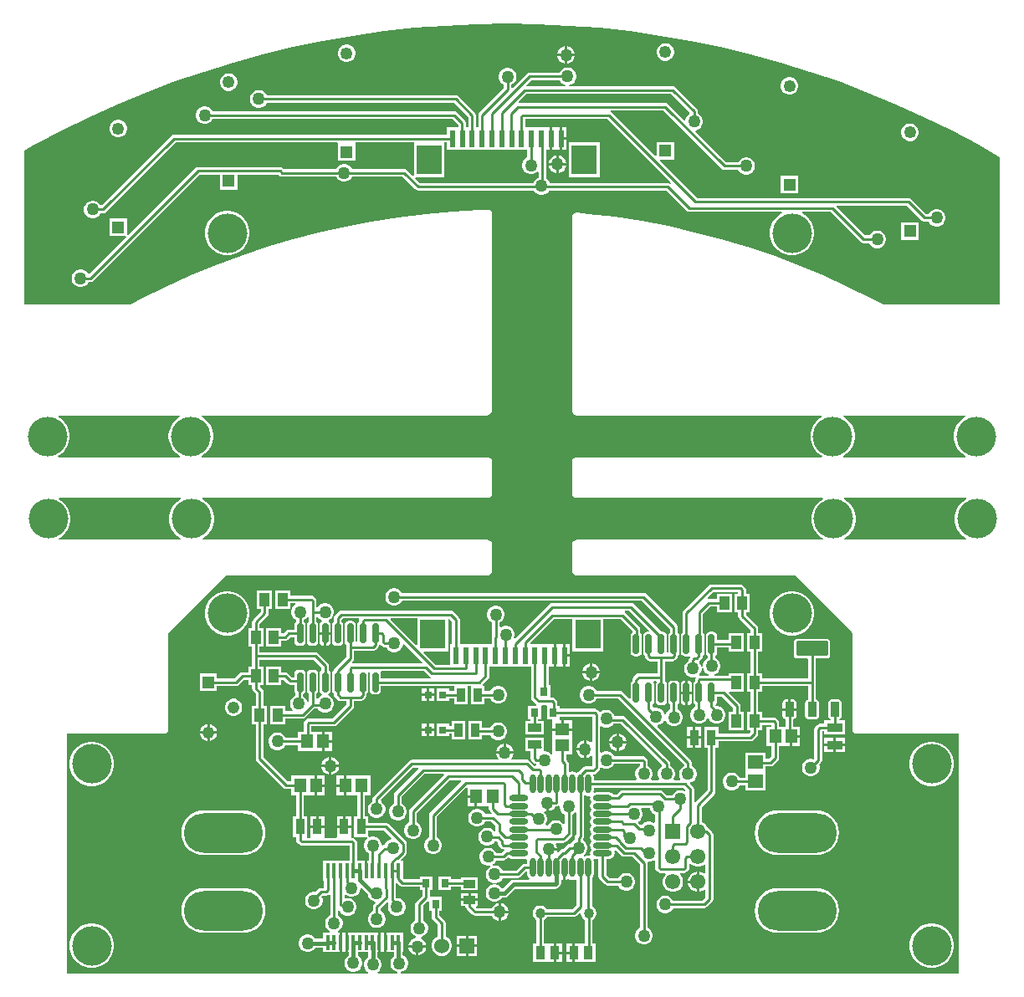
<source format=gtl>
G04*
G04 #@! TF.GenerationSoftware,Altium Limited,Altium Designer,23.10.1 (27)*
G04*
G04 Layer_Physical_Order=1*
G04 Layer_Color=255*
%FSLAX44Y44*%
%MOMM*%
G71*
G04*
G04 #@! TF.SameCoordinates,2FD0DFDD-310B-44B2-BA78-C92062C4FB9D*
G04*
G04*
G04 #@! TF.FilePolarity,Positive*
G04*
G01*
G75*
%ADD17C,0.2540*%
%ADD19R,1.6000X0.9500*%
%ADD20O,1.9500X0.6000*%
%ADD21O,0.6000X1.9500*%
%ADD22R,0.4000X1.5000*%
%ADD23R,0.9500X1.3500*%
%ADD24R,0.8000X0.8000*%
%ADD25R,0.8500X1.3500*%
%ADD26R,1.4562X1.3046*%
%ADD27R,0.8000X0.9000*%
%ADD28R,1.3500X0.8500*%
%ADD29R,1.3046X1.4562*%
G04:AMPARAMS|DCode=30|XSize=1.97mm|YSize=0.6mm|CornerRadius=0.15mm|HoleSize=0mm|Usage=FLASHONLY|Rotation=270.000|XOffset=0mm|YOffset=0mm|HoleType=Round|Shape=RoundedRectangle|*
%AMROUNDEDRECTD30*
21,1,1.9700,0.3000,0,0,270.0*
21,1,1.6700,0.6000,0,0,270.0*
1,1,0.3000,-0.1500,-0.8350*
1,1,0.3000,-0.1500,0.8350*
1,1,0.3000,0.1500,0.8350*
1,1,0.3000,0.1500,-0.8350*
%
%ADD30ROUNDEDRECTD30*%
%ADD31R,1.2621X0.8081*%
%ADD32R,0.9500X1.6000*%
%ADD33R,1.0000X1.3500*%
%ADD34R,1.5500X1.3500*%
G04:AMPARAMS|DCode=35|XSize=3.15mm|YSize=1.45mm|CornerRadius=0.0508mm|HoleSize=0mm|Usage=FLASHONLY|Rotation=180.000|XOffset=0mm|YOffset=0mm|HoleType=Round|Shape=RoundedRectangle|*
%AMROUNDEDRECTD35*
21,1,3.1500,1.3485,0,0,180.0*
21,1,3.0485,1.4500,0,0,180.0*
1,1,0.1015,-1.5243,0.6743*
1,1,0.1015,1.5243,0.6743*
1,1,0.1015,1.5243,-0.6743*
1,1,0.1015,-1.5243,-0.6743*
%
%ADD35ROUNDEDRECTD35*%
G04:AMPARAMS|DCode=36|XSize=0.9mm|YSize=1.45mm|CornerRadius=0.0495mm|HoleSize=0mm|Usage=FLASHONLY|Rotation=180.000|XOffset=0mm|YOffset=0mm|HoleType=Round|Shape=RoundedRectangle|*
%AMROUNDEDRECTD36*
21,1,0.9000,1.3510,0,0,180.0*
21,1,0.8010,1.4500,0,0,180.0*
1,1,0.0990,-0.4005,0.6755*
1,1,0.0990,0.4005,0.6755*
1,1,0.0990,0.4005,-0.6755*
1,1,0.0990,-0.4005,-0.6755*
%
%ADD36ROUNDEDRECTD36*%
%ADD37R,2.6000X3.0000*%
%ADD38R,0.6000X1.8000*%
%ADD39R,1.2000X1.4500*%
%ADD57C,1.2500*%
%ADD58R,1.2500X1.2500*%
%ADD67C,0.3810*%
%ADD68C,1.2220*%
%ADD69R,1.2220X1.2220*%
%ADD70C,4.0000*%
%ADD71O,8.0000X4.0000*%
%ADD72C,1.0300*%
%ADD73R,1.5500X1.5500*%
%ADD74C,1.5500*%
%ADD75C,1.5300*%
%ADD76R,1.5300X1.5300*%
%ADD77C,1.2700*%
G36*
X526015Y967218D02*
X557140Y965750D01*
X588203Y963305D01*
X619174Y959886D01*
X650023Y955496D01*
X680719Y950138D01*
X711231Y943820D01*
X741530Y936545D01*
X771585Y928323D01*
X801367Y919161D01*
X830846Y909068D01*
X859995Y898054D01*
X888782Y886130D01*
X917181Y873307D01*
X945163Y859599D01*
X972701Y845018D01*
X994012Y832863D01*
Y683081D01*
X876204D01*
X864581Y689357D01*
X840004Y701564D01*
X815026Y712925D01*
X789674Y723426D01*
X763978Y733055D01*
X737969Y741802D01*
X711675Y749655D01*
X685130Y756607D01*
X658362Y762647D01*
X631404Y767771D01*
X604286Y771971D01*
X577041Y775243D01*
X565838Y776202D01*
X565821Y776222D01*
X565483Y776289D01*
X565431Y776279D01*
X565174Y776316D01*
X564591Y776200D01*
X563687Y776021D01*
X562427Y775179D01*
X561585Y773918D01*
X561289Y772432D01*
X561575Y770994D01*
Y575000D01*
X561871Y573513D01*
X562713Y572253D01*
X563973Y571411D01*
X565460Y571115D01*
X813874D01*
X813960Y569845D01*
X810462Y567508D01*
X807322Y564368D01*
X804855Y560677D01*
X803156Y556575D01*
X802290Y552220D01*
Y547780D01*
X803156Y543425D01*
X804855Y539323D01*
X807322Y535632D01*
X810462Y532492D01*
X813960Y530155D01*
X813874Y528885D01*
X565640D01*
X564153Y528589D01*
X562893Y527747D01*
X562403Y527257D01*
X561561Y525997D01*
X561265Y524510D01*
Y491490D01*
X561561Y490003D01*
X562403Y488743D01*
X562523Y488623D01*
X563783Y487781D01*
X565270Y487485D01*
X814684D01*
X814770Y486215D01*
X811272Y483878D01*
X808132Y480738D01*
X805665Y477047D01*
X803966Y472945D01*
X803100Y468590D01*
Y464150D01*
X803966Y459795D01*
X805665Y455693D01*
X808132Y452002D01*
X811272Y448862D01*
X814770Y446525D01*
X814684Y445255D01*
X565830D01*
X564343Y444959D01*
X563083Y444117D01*
X562403Y443437D01*
X561561Y442177D01*
X561265Y440690D01*
Y414020D01*
X561561Y412533D01*
X562403Y411273D01*
X563673Y410003D01*
X564933Y409161D01*
X566420Y408865D01*
X786901D01*
X844835Y350931D01*
Y253090D01*
X845131Y251603D01*
X845973Y250343D01*
X846333Y249983D01*
X847594Y249141D01*
X849080Y248845D01*
X849985Y249025D01*
X952425D01*
Y6425D01*
X387696D01*
X387529Y7695D01*
X389511Y8226D01*
X391539Y9396D01*
X393194Y11051D01*
X394364Y13079D01*
X394970Y15340D01*
Y17680D01*
X394364Y19941D01*
X393194Y21969D01*
X391539Y23624D01*
X389511Y24794D01*
X389472Y24805D01*
Y27750D01*
X389760D01*
Y47830D01*
X373490D01*
Y37790D01*
Y27750D01*
X380408D01*
Y23410D01*
X378966Y21969D01*
X377796Y19941D01*
X377190Y17680D01*
Y15340D01*
X377796Y13079D01*
X378966Y11051D01*
X380621Y9396D01*
X382649Y8226D01*
X384631Y7695D01*
X384464Y6425D01*
X364461D01*
X364121Y7695D01*
X364869Y8126D01*
X366524Y9781D01*
X367694Y11809D01*
X368300Y14070D01*
Y16410D01*
X367694Y18671D01*
X366524Y20699D01*
X364869Y22354D01*
X363807Y22967D01*
Y27750D01*
X364450D01*
Y37790D01*
Y47830D01*
X334490D01*
Y37790D01*
Y27750D01*
X335133D01*
Y24625D01*
X334003Y23973D01*
X332348Y22318D01*
X331178Y20291D01*
X330572Y18030D01*
Y15689D01*
X331178Y13428D01*
X332348Y11401D01*
X334003Y9746D01*
X336030Y8575D01*
X338291Y7969D01*
X340632D01*
X342893Y8575D01*
X344920Y9746D01*
X346576Y11401D01*
X347746Y13428D01*
X348352Y15689D01*
Y18030D01*
X347746Y20291D01*
X346576Y22318D01*
X344920Y23973D01*
X344197Y24391D01*
Y27750D01*
X354743D01*
Y22811D01*
X353951Y22354D01*
X352296Y20699D01*
X351126Y18671D01*
X350520Y16410D01*
Y14070D01*
X351126Y11809D01*
X352296Y9781D01*
X353951Y8126D01*
X354699Y7695D01*
X354359Y6425D01*
X49605D01*
Y248845D01*
X148590D01*
X150077Y249141D01*
X151337Y249983D01*
X151467Y250113D01*
X152309Y251373D01*
X152605Y252860D01*
Y350931D01*
X210539Y408865D01*
X474980D01*
X476467Y409161D01*
X477727Y410003D01*
X478997Y411273D01*
X479839Y412533D01*
X480135Y414020D01*
Y440690D01*
X479839Y442177D01*
X478997Y443437D01*
X478178Y443984D01*
X478089Y444117D01*
X476829Y444959D01*
X475343Y445255D01*
X186936D01*
X186850Y446525D01*
X190348Y448862D01*
X193488Y452002D01*
X195955Y455693D01*
X197654Y459795D01*
X198520Y464150D01*
Y468590D01*
X197654Y472945D01*
X195955Y477047D01*
X193488Y480738D01*
X190348Y483878D01*
X186850Y486215D01*
X186936Y487485D01*
X476130D01*
X477617Y487781D01*
X478877Y488623D01*
X478925Y488695D01*
X478997Y488743D01*
X479839Y490003D01*
X480135Y491490D01*
Y524510D01*
X479839Y525997D01*
X478997Y527257D01*
X478703Y527453D01*
X478507Y527747D01*
X477247Y528589D01*
X475760Y528885D01*
X186126D01*
X186040Y530155D01*
X189538Y532492D01*
X192678Y535632D01*
X195145Y539323D01*
X196844Y543425D01*
X197710Y547780D01*
Y552220D01*
X196844Y556575D01*
X195145Y560677D01*
X192678Y564368D01*
X189538Y567508D01*
X186040Y569845D01*
X186126Y571115D01*
X474670D01*
X476157Y571411D01*
X477417Y572253D01*
X478997Y573833D01*
X479839Y575093D01*
X480135Y576580D01*
Y774700D01*
X480086Y774943D01*
X480125Y775136D01*
X479829Y776622D01*
X478987Y777883D01*
X477726Y778725D01*
X476240Y779021D01*
X476150Y779003D01*
X474895Y778939D01*
X467428Y778811D01*
X440029Y777407D01*
X412695Y775068D01*
X385455Y771796D01*
X358344Y767597D01*
X331391Y762475D01*
X304630Y756435D01*
X278090Y749486D01*
X251803Y741634D01*
X225799Y732889D01*
X200109Y723262D01*
X174762Y712763D01*
X149789Y701405D01*
X125218Y689201D01*
X114355Y683335D01*
X6733D01*
Y839152D01*
X17017Y845018D01*
X44555Y859599D01*
X72537Y873307D01*
X100936Y886130D01*
X129723Y898054D01*
X158871Y909068D01*
X188351Y919161D01*
X218133Y928323D01*
X248188Y936545D01*
X278487Y943820D01*
X308999Y950138D01*
X339695Y955496D01*
X370543Y959886D01*
X401515Y963305D01*
X432578Y965750D01*
X463703Y967218D01*
X494859Y967707D01*
X526015Y967218D01*
D02*
G37*
G36*
X959130Y569845D02*
X955632Y567508D01*
X952492Y564368D01*
X950025Y560677D01*
X948326Y556575D01*
X947460Y552220D01*
Y547780D01*
X948326Y543425D01*
X950025Y539323D01*
X952492Y535632D01*
X955632Y532492D01*
X959130Y530155D01*
X959044Y528885D01*
X835786D01*
X835700Y530155D01*
X839198Y532492D01*
X842338Y535632D01*
X844805Y539323D01*
X846504Y543425D01*
X847370Y547780D01*
Y552220D01*
X846504Y556575D01*
X844805Y560677D01*
X842338Y564368D01*
X839198Y567508D01*
X835700Y569845D01*
X835786Y571115D01*
X959044D01*
X959130Y569845D01*
D02*
G37*
G36*
X164300D02*
X160802Y567508D01*
X157662Y564368D01*
X155195Y560677D01*
X153496Y556575D01*
X152630Y552220D01*
Y547780D01*
X153496Y543425D01*
X155195Y539323D01*
X157662Y535632D01*
X160802Y532492D01*
X164300Y530155D01*
X164214Y528885D01*
X40957D01*
X40870Y530155D01*
X44368Y532492D01*
X47508Y535632D01*
X49975Y539323D01*
X51674Y543425D01*
X52540Y547780D01*
Y552220D01*
X51674Y556575D01*
X49975Y560677D01*
X47508Y564368D01*
X44368Y567508D01*
X40870Y569845D01*
X40957Y571115D01*
X164214D01*
X164300Y569845D01*
D02*
G37*
G36*
X959940Y486215D02*
X956442Y483878D01*
X953302Y480738D01*
X950835Y477047D01*
X949136Y472945D01*
X948270Y468590D01*
Y464150D01*
X949136Y459795D01*
X950835Y455693D01*
X953302Y452002D01*
X956442Y448862D01*
X959940Y446525D01*
X959854Y445255D01*
X836596D01*
X836510Y446525D01*
X840008Y448862D01*
X843148Y452002D01*
X845615Y455693D01*
X847314Y459795D01*
X848180Y464150D01*
Y468590D01*
X847314Y472945D01*
X845615Y477047D01*
X843148Y480738D01*
X840008Y483878D01*
X836510Y486215D01*
X836596Y487485D01*
X959854D01*
X959940Y486215D01*
D02*
G37*
G36*
X165110D02*
X161612Y483878D01*
X158472Y480738D01*
X156005Y477047D01*
X154306Y472945D01*
X153440Y468590D01*
Y464150D01*
X154306Y459795D01*
X156005Y455693D01*
X158472Y452002D01*
X161612Y448862D01*
X165110Y446525D01*
X165023Y445255D01*
X41767D01*
X41680Y446525D01*
X45178Y448862D01*
X48318Y452002D01*
X50785Y455693D01*
X52484Y459795D01*
X53350Y464150D01*
Y468590D01*
X52484Y472945D01*
X50785Y477047D01*
X48318Y480738D01*
X45178Y483878D01*
X41680Y486215D01*
X41767Y487485D01*
X165023D01*
X165110Y486215D01*
D02*
G37*
%LPC*%
G36*
X556260Y944853D02*
Y937260D01*
X563853D01*
X563274Y939421D01*
X562104Y941449D01*
X560449Y943104D01*
X558421Y944274D01*
X556260Y944853D01*
D02*
G37*
G36*
X553720D02*
X551559Y944274D01*
X549531Y943104D01*
X547876Y941449D01*
X546706Y939421D01*
X546127Y937260D01*
X553720D01*
Y944853D01*
D02*
G37*
G36*
X656477Y947790D02*
X654163D01*
X651927Y947191D01*
X649923Y946034D01*
X648286Y944397D01*
X647129Y942393D01*
X646530Y940157D01*
Y937843D01*
X647129Y935607D01*
X648286Y933603D01*
X649923Y931966D01*
X651927Y930809D01*
X654163Y930210D01*
X656477D01*
X658713Y930809D01*
X660717Y931966D01*
X662354Y933603D01*
X663511Y935607D01*
X664110Y937843D01*
Y940157D01*
X663511Y942393D01*
X662354Y944397D01*
X660717Y946034D01*
X658713Y947191D01*
X656477Y947790D01*
D02*
G37*
G36*
X333897Y946520D02*
X331583D01*
X329347Y945921D01*
X327343Y944764D01*
X325706Y943127D01*
X324549Y941123D01*
X323950Y938887D01*
Y936573D01*
X324549Y934337D01*
X325706Y932333D01*
X327343Y930696D01*
X329347Y929539D01*
X331583Y928940D01*
X333897D01*
X336133Y929539D01*
X338137Y930696D01*
X339774Y932333D01*
X340931Y934337D01*
X341530Y936573D01*
Y938887D01*
X340931Y941123D01*
X339774Y943127D01*
X338137Y944764D01*
X336133Y945921D01*
X333897Y946520D01*
D02*
G37*
G36*
X563853Y934720D02*
X556260D01*
Y927127D01*
X558421Y927706D01*
X560449Y928876D01*
X562104Y930531D01*
X563274Y932559D01*
X563853Y934720D01*
D02*
G37*
G36*
X553720D02*
X546127D01*
X546706Y932559D01*
X547876Y930531D01*
X549531Y928876D01*
X551559Y927706D01*
X553720Y927127D01*
Y934720D01*
D02*
G37*
G36*
X557430Y923290D02*
X555090D01*
X552829Y922684D01*
X550801Y921514D01*
X549146Y919859D01*
X548237Y918285D01*
X518160D01*
X516673Y917989D01*
X515413Y917147D01*
X500900Y902634D01*
X499727Y903120D01*
Y905835D01*
X501301Y906744D01*
X502956Y908399D01*
X504126Y910427D01*
X504732Y912688D01*
Y915028D01*
X504126Y917289D01*
X502956Y919317D01*
X501301Y920972D01*
X499273Y922142D01*
X497012Y922748D01*
X494672D01*
X492411Y922142D01*
X490383Y920972D01*
X488728Y919317D01*
X487558Y917289D01*
X486952Y915028D01*
Y912688D01*
X487558Y910427D01*
X488728Y908399D01*
X490383Y906744D01*
X491957Y905835D01*
Y902581D01*
X467153Y877777D01*
X466311Y876517D01*
X466015Y875030D01*
Y863006D01*
X463625D01*
Y875030D01*
X463329Y876517D01*
X462487Y877777D01*
X445977Y894287D01*
X444717Y895129D01*
X443230Y895425D01*
X251863D01*
X250954Y896999D01*
X249299Y898654D01*
X247271Y899824D01*
X245010Y900430D01*
X242670D01*
X240409Y899824D01*
X238381Y898654D01*
X236726Y896999D01*
X235556Y894971D01*
X234950Y892710D01*
Y890370D01*
X235556Y888109D01*
X236726Y886081D01*
X238381Y884426D01*
X240409Y883256D01*
X242670Y882650D01*
X245010D01*
X247271Y883256D01*
X249299Y884426D01*
X250954Y886081D01*
X251863Y887655D01*
X441621D01*
X455855Y873421D01*
Y863006D01*
X453465D01*
Y867410D01*
X453169Y868897D01*
X452327Y870157D01*
X444707Y877777D01*
X443447Y878619D01*
X441960Y878915D01*
X197253D01*
X196344Y880489D01*
X194689Y882144D01*
X192661Y883314D01*
X190400Y883920D01*
X188060D01*
X185799Y883314D01*
X183771Y882144D01*
X182116Y880489D01*
X180946Y878461D01*
X180340Y876200D01*
Y873860D01*
X180946Y871599D01*
X182116Y869571D01*
X183771Y867916D01*
X185799Y866746D01*
X188060Y866140D01*
X190400D01*
X192661Y866746D01*
X194689Y867916D01*
X196344Y869571D01*
X197253Y871145D01*
X440351D01*
X445695Y865801D01*
Y863006D01*
X434319D01*
Y855350D01*
X158046D01*
X156559Y855055D01*
X155299Y854212D01*
X85076Y783989D01*
X83537Y784158D01*
X83060Y784985D01*
X81405Y786640D01*
X79377Y787810D01*
X77116Y788416D01*
X74776D01*
X72515Y787810D01*
X70487Y786640D01*
X68832Y784985D01*
X67662Y782957D01*
X67056Y780696D01*
Y778356D01*
X67662Y776095D01*
X68832Y774067D01*
X70487Y772412D01*
X72515Y771242D01*
X74776Y770636D01*
X77116D01*
X79377Y771242D01*
X81405Y772412D01*
X83060Y774067D01*
X83968Y775641D01*
X86106D01*
X87593Y775937D01*
X88853Y776779D01*
X159655Y847581D01*
X323446D01*
X323950Y846520D01*
X323950Y846311D01*
Y828940D01*
X341530D01*
Y846311D01*
X341530Y846520D01*
X342034Y847581D01*
X399663D01*
X400819Y847306D01*
Y814104D01*
X399646Y813618D01*
X393907Y819357D01*
X392647Y820199D01*
X391160Y820495D01*
X338223D01*
X337314Y822069D01*
X335659Y823724D01*
X333631Y824894D01*
X331370Y825500D01*
X329030D01*
X326769Y824894D01*
X324741Y823724D01*
X323086Y822069D01*
X322178Y820495D01*
X269085D01*
X268253Y821327D01*
X266993Y822169D01*
X265506Y822465D01*
X182310D01*
X180823Y822169D01*
X179563Y821327D01*
X111660Y753424D01*
X110390Y753950D01*
Y770320D01*
X92810D01*
Y752740D01*
X109180D01*
X109706Y751470D01*
X72630Y714393D01*
X71091Y714563D01*
X70614Y715389D01*
X68959Y717044D01*
X66931Y718214D01*
X64670Y718820D01*
X62330D01*
X60069Y718214D01*
X58041Y717044D01*
X56386Y715389D01*
X55216Y713361D01*
X54610Y711100D01*
Y708760D01*
X55216Y706499D01*
X56386Y704471D01*
X58041Y702816D01*
X60069Y701646D01*
X62330Y701040D01*
X64670D01*
X66931Y701646D01*
X68959Y702816D01*
X70614Y704471D01*
X71522Y706045D01*
X73660D01*
X75147Y706341D01*
X76407Y707183D01*
X183919Y814695D01*
X204570D01*
Y799730D01*
X222150D01*
Y814695D01*
X263897D01*
X264729Y813863D01*
X265990Y813021D01*
X267476Y812725D01*
X322178D01*
X323086Y811151D01*
X324741Y809496D01*
X326769Y808326D01*
X329030Y807720D01*
X331370D01*
X333631Y808326D01*
X335659Y809496D01*
X337314Y811151D01*
X338223Y812725D01*
X389551D01*
X402383Y799893D01*
X403643Y799051D01*
X405130Y798755D01*
X522523D01*
X523002Y797925D01*
X524658Y796270D01*
X526685Y795100D01*
X528946Y794494D01*
X531286D01*
X533548Y795100D01*
X535575Y796270D01*
X537230Y797925D01*
X537709Y798755D01*
X656251D01*
X676846Y778160D01*
X678107Y777318D01*
X679593Y777022D01*
X773032D01*
X773280Y775776D01*
X772913Y775625D01*
X769222Y773158D01*
X766082Y770018D01*
X763615Y766327D01*
X761916Y762225D01*
X761050Y757870D01*
Y753430D01*
X761916Y749075D01*
X763615Y744973D01*
X766082Y741282D01*
X769222Y738142D01*
X772913Y735675D01*
X777015Y733976D01*
X781370Y733110D01*
X785810D01*
X790165Y733976D01*
X794267Y735675D01*
X797958Y738142D01*
X801098Y741282D01*
X803565Y744973D01*
X805264Y749075D01*
X806130Y753430D01*
Y757870D01*
X805264Y762225D01*
X803565Y766327D01*
X801098Y770018D01*
X797958Y773158D01*
X794267Y775625D01*
X793900Y775776D01*
X794148Y777022D01*
X822834D01*
X853163Y746693D01*
X854423Y745851D01*
X855910Y745555D01*
X861787D01*
X862696Y743981D01*
X864351Y742326D01*
X866379Y741156D01*
X868640Y740550D01*
X870980D01*
X873241Y741156D01*
X875269Y742326D01*
X876924Y743981D01*
X878094Y746009D01*
X878700Y748270D01*
Y750610D01*
X878094Y752871D01*
X876924Y754899D01*
X875269Y756554D01*
X873241Y757724D01*
X870980Y758330D01*
X868640D01*
X866379Y757724D01*
X864351Y756554D01*
X862696Y754899D01*
X861787Y753325D01*
X857519D01*
X828502Y782342D01*
X828988Y783515D01*
X900091D01*
X915143Y768463D01*
X916403Y767621D01*
X917890Y767325D01*
X921937D01*
X922846Y765751D01*
X924501Y764096D01*
X926529Y762926D01*
X928790Y762320D01*
X931130D01*
X933391Y762926D01*
X935419Y764096D01*
X937074Y765751D01*
X938244Y767779D01*
X938850Y770040D01*
Y772380D01*
X938244Y774641D01*
X937074Y776669D01*
X935419Y778324D01*
X933391Y779494D01*
X931130Y780100D01*
X928790D01*
X926529Y779494D01*
X924501Y778324D01*
X922846Y776669D01*
X921937Y775095D01*
X919499D01*
X904447Y790147D01*
X903187Y790989D01*
X901700Y791285D01*
X687409D01*
X649657Y829037D01*
X650143Y830210D01*
X664110D01*
Y847790D01*
X646530D01*
Y833823D01*
X645357Y833337D01*
X600917Y877777D01*
X600034Y878367D01*
X600419Y879637D01*
X653711D01*
X712500Y820848D01*
X713760Y820006D01*
X715247Y819710D01*
X729212D01*
X730121Y818136D01*
X731776Y816481D01*
X733804Y815311D01*
X736065Y814705D01*
X738405D01*
X740666Y815311D01*
X742694Y816481D01*
X744349Y818136D01*
X745519Y820164D01*
X746125Y822425D01*
Y824765D01*
X745519Y827026D01*
X744349Y829054D01*
X742694Y830709D01*
X740666Y831879D01*
X738405Y832485D01*
X736065D01*
X733804Y831879D01*
X731776Y830709D01*
X730121Y829054D01*
X729212Y827480D01*
X716856D01*
X685733Y858602D01*
X686206Y859926D01*
X687961Y860396D01*
X689989Y861566D01*
X691644Y863221D01*
X692814Y865249D01*
X693420Y867510D01*
Y869850D01*
X692814Y872111D01*
X691644Y874139D01*
X689989Y875794D01*
X688415Y876702D01*
Y878840D01*
X688119Y880327D01*
X687277Y881587D01*
X665687Y903177D01*
X664427Y904019D01*
X662940Y904315D01*
X557876D01*
X557709Y905585D01*
X559691Y906116D01*
X561719Y907286D01*
X563374Y908941D01*
X564544Y910969D01*
X565150Y913230D01*
Y915570D01*
X564544Y917831D01*
X563374Y919859D01*
X561719Y921514D01*
X559691Y922684D01*
X557430Y923290D01*
D02*
G37*
G36*
X214517Y917310D02*
X212203D01*
X209967Y916711D01*
X207963Y915554D01*
X206326Y913917D01*
X205169Y911913D01*
X204570Y909677D01*
Y907363D01*
X205169Y905127D01*
X206326Y903123D01*
X207963Y901486D01*
X209967Y900329D01*
X212203Y899730D01*
X214517D01*
X216753Y900329D01*
X218757Y901486D01*
X220394Y903123D01*
X221551Y905127D01*
X222150Y907363D01*
Y909677D01*
X221551Y911913D01*
X220394Y913917D01*
X218757Y915554D01*
X216753Y916711D01*
X214517Y917310D01*
D02*
G37*
G36*
X782207Y913500D02*
X779893D01*
X777657Y912901D01*
X775653Y911744D01*
X774016Y910107D01*
X772859Y908103D01*
X772260Y905867D01*
Y903553D01*
X772859Y901317D01*
X774016Y899313D01*
X775653Y897676D01*
X777657Y896519D01*
X779893Y895920D01*
X782207D01*
X784443Y896519D01*
X786447Y897676D01*
X788084Y899313D01*
X789241Y901317D01*
X789840Y903553D01*
Y905867D01*
X789241Y908103D01*
X788084Y910107D01*
X786447Y911744D01*
X784443Y912901D01*
X782207Y913500D01*
D02*
G37*
G36*
X102757Y870320D02*
X100443D01*
X98207Y869721D01*
X96203Y868564D01*
X94566Y866927D01*
X93409Y864923D01*
X92810Y862687D01*
Y860373D01*
X93409Y858137D01*
X94566Y856133D01*
X96203Y854496D01*
X98207Y853339D01*
X100443Y852740D01*
X102757D01*
X104993Y853339D01*
X106997Y854496D01*
X108634Y856133D01*
X109791Y858137D01*
X110390Y860373D01*
Y862687D01*
X109791Y864923D01*
X108634Y866927D01*
X106997Y868564D01*
X104993Y869721D01*
X102757Y870320D01*
D02*
G37*
G36*
X904127Y866510D02*
X901813D01*
X899577Y865911D01*
X897573Y864754D01*
X895936Y863117D01*
X894779Y861113D01*
X894180Y858877D01*
Y856563D01*
X894779Y854327D01*
X895936Y852323D01*
X897573Y850686D01*
X899577Y849529D01*
X901813Y848930D01*
X904127D01*
X906363Y849529D01*
X908367Y850686D01*
X910004Y852323D01*
X911161Y854327D01*
X911760Y856563D01*
Y858877D01*
X911161Y861113D01*
X910004Y863117D01*
X908367Y864754D01*
X906363Y865911D01*
X904127Y866510D01*
D02*
G37*
G36*
X789840Y813500D02*
X772260D01*
Y795920D01*
X789840D01*
Y813500D01*
D02*
G37*
G36*
X911760Y766510D02*
X894180D01*
Y748930D01*
X911760D01*
Y766510D01*
D02*
G37*
G36*
X214310Y778190D02*
X209870D01*
X205515Y777324D01*
X201413Y775625D01*
X197722Y773158D01*
X194582Y770018D01*
X192115Y766327D01*
X190416Y762225D01*
X189550Y757870D01*
Y753430D01*
X190416Y749075D01*
X192115Y744973D01*
X194582Y741282D01*
X197722Y738142D01*
X201413Y735675D01*
X205515Y733976D01*
X209870Y733110D01*
X214310D01*
X218665Y733976D01*
X222767Y735675D01*
X226458Y738142D01*
X229598Y741282D01*
X232065Y744973D01*
X233764Y749075D01*
X234630Y753430D01*
Y757870D01*
X233764Y762225D01*
X232065Y766327D01*
X229598Y770018D01*
X226458Y773158D01*
X222767Y775625D01*
X218665Y777324D01*
X214310Y778190D01*
D02*
G37*
G36*
X275470Y394100D02*
X260390D01*
Y375520D01*
X275470D01*
Y380925D01*
X280549D01*
X280889Y379655D01*
X280141Y379224D01*
X278486Y377569D01*
X277316Y375541D01*
X276710Y373280D01*
Y370940D01*
X277316Y368679D01*
X278486Y366651D01*
X280141Y364996D01*
X281725Y364082D01*
Y362149D01*
X281207Y361803D01*
X280314Y360466D01*
X280001Y358890D01*
Y354425D01*
X274190D01*
X272703Y354129D01*
X271443Y353287D01*
X268751Y350595D01*
X266580D01*
Y356000D01*
X251500D01*
Y337420D01*
X266580D01*
Y342825D01*
X270360D01*
X271847Y343121D01*
X273107Y343963D01*
X275799Y346655D01*
X280001D01*
Y342190D01*
X280314Y340614D01*
X281207Y339277D01*
X282544Y338384D01*
X284120Y338071D01*
X287120D01*
X288696Y338384D01*
X290033Y339277D01*
X290926Y340614D01*
X291239Y342190D01*
Y358890D01*
X290926Y360466D01*
X290033Y361803D01*
X289495Y362162D01*
Y364093D01*
X291059Y364996D01*
X292714Y366651D01*
X293165Y367434D01*
X294435Y367093D01*
Y362155D01*
X293907Y361803D01*
X293014Y360466D01*
X292701Y358890D01*
Y342190D01*
X293014Y340614D01*
X293907Y339277D01*
X295244Y338384D01*
X296820Y338071D01*
X299820D01*
X301396Y338384D01*
X302733Y339277D01*
X303626Y340614D01*
X303939Y342190D01*
Y358890D01*
X303626Y360466D01*
X302733Y361803D01*
X302205Y362155D01*
Y367024D01*
X303475Y367364D01*
X303886Y366651D01*
X305541Y364996D01*
X307544Y363840D01*
X307591Y363705D01*
X307639Y362492D01*
X306607Y361803D01*
X305714Y360466D01*
X305401Y358890D01*
Y351810D01*
X311020D01*
X316639D01*
Y358890D01*
X316326Y360466D01*
X315433Y361803D01*
X314389Y362500D01*
X314426Y363697D01*
X314477Y363852D01*
X316459Y364996D01*
X318114Y366651D01*
X319284Y368679D01*
X319890Y370940D01*
Y373280D01*
X319284Y375541D01*
X318114Y377569D01*
X316459Y379224D01*
X314431Y380394D01*
X312170Y381000D01*
X309830D01*
X307569Y380394D01*
X305541Y379224D01*
X303886Y377569D01*
X303475Y376856D01*
X302205Y377196D01*
Y383322D01*
X301909Y384809D01*
X301067Y386069D01*
X299579Y387557D01*
X298319Y388399D01*
X296832Y388695D01*
X275470D01*
Y394100D01*
D02*
G37*
G36*
X785810Y393380D02*
X781370D01*
X777015Y392514D01*
X772913Y390815D01*
X769222Y388348D01*
X766082Y385208D01*
X763615Y381517D01*
X761916Y377415D01*
X761050Y373060D01*
Y368620D01*
X761916Y364265D01*
X763615Y360163D01*
X766082Y356472D01*
X769222Y353332D01*
X772913Y350865D01*
X777015Y349166D01*
X781370Y348300D01*
X785810D01*
X790165Y349166D01*
X794267Y350865D01*
X797958Y353332D01*
X801098Y356472D01*
X803565Y360163D01*
X805264Y364265D01*
X806130Y368620D01*
Y373060D01*
X805264Y377415D01*
X803565Y381517D01*
X801098Y385208D01*
X797958Y388348D01*
X794267Y390815D01*
X790165Y392514D01*
X785810Y393380D01*
D02*
G37*
G36*
X214310D02*
X209870D01*
X205515Y392514D01*
X201413Y390815D01*
X197722Y388348D01*
X194582Y385208D01*
X192115Y381517D01*
X190416Y377415D01*
X189550Y373060D01*
Y368620D01*
X190416Y364265D01*
X192115Y360163D01*
X194582Y356472D01*
X197722Y353332D01*
X201413Y350865D01*
X205515Y349166D01*
X209870Y348300D01*
X214310D01*
X218665Y349166D01*
X222767Y350865D01*
X226458Y353332D01*
X229598Y356472D01*
X232065Y360163D01*
X233764Y364265D01*
X234630Y368620D01*
Y373060D01*
X233764Y377415D01*
X232065Y381517D01*
X229598Y385208D01*
X226458Y388348D01*
X222767Y390815D01*
X218665Y392514D01*
X214310Y393380D01*
D02*
G37*
G36*
X316639Y349270D02*
X312290D01*
Y338071D01*
X312520D01*
X314096Y338384D01*
X315433Y339277D01*
X316326Y340614D01*
X316639Y342190D01*
Y349270D01*
D02*
G37*
G36*
X309750D02*
X305401D01*
Y342190D01*
X305714Y340614D01*
X306607Y339277D01*
X307944Y338384D01*
X309520Y338071D01*
X309750D01*
Y349270D01*
D02*
G37*
G36*
X678170Y302759D02*
X677940D01*
Y291560D01*
X682289D01*
Y298640D01*
X681976Y300216D01*
X681083Y301553D01*
X679746Y302446D01*
X678170Y302759D01*
D02*
G37*
G36*
X675400D02*
X675170D01*
X673594Y302446D01*
X672257Y301553D01*
X671364Y300216D01*
X671051Y298640D01*
Y291560D01*
X675400D01*
Y302759D01*
D02*
G37*
G36*
X421799Y294829D02*
X416529D01*
Y289559D01*
X421799D01*
Y294829D01*
D02*
G37*
G36*
X413989D02*
X408719D01*
Y289559D01*
X413989D01*
Y294829D01*
D02*
G37*
G36*
X257470Y394100D02*
X242390D01*
Y375520D01*
X246045D01*
Y372339D01*
X238293Y364587D01*
X237451Y363327D01*
X237155Y361840D01*
Y356000D01*
X233500D01*
Y337420D01*
X237155D01*
Y327080D01*
Y316630D01*
X233610D01*
Y311225D01*
X227180D01*
X225693Y310929D01*
X224433Y310087D01*
X219221Y304875D01*
X201690D01*
Y309640D01*
X184390D01*
Y292340D01*
X201690D01*
Y297105D01*
X220830D01*
X222317Y297401D01*
X223577Y298243D01*
X228789Y303455D01*
X233610D01*
Y298050D01*
X237265D01*
Y294640D01*
X237561Y293153D01*
X238403Y291893D01*
X240965Y289331D01*
Y277260D01*
X237310D01*
Y258680D01*
X240965D01*
Y223630D01*
X241261Y222143D01*
X242103Y220883D01*
X268883Y194103D01*
X270143Y193261D01*
X271630Y192965D01*
X276599D01*
Y186719D01*
X281777D01*
Y165480D01*
X278450D01*
Y144400D01*
X281855D01*
Y141188D01*
X282151Y139701D01*
X282993Y138441D01*
X284481Y136953D01*
X285741Y136111D01*
X287228Y135815D01*
X335835D01*
Y120330D01*
X309180D01*
Y100250D01*
X309835D01*
Y92785D01*
X306871D01*
X305384Y92489D01*
X304124Y91647D01*
X301256Y88779D01*
X300754Y88913D01*
X298413D01*
X296152Y88307D01*
X294125Y87137D01*
X292469Y85482D01*
X291299Y83455D01*
X290693Y81194D01*
Y78853D01*
X291299Y76592D01*
X292469Y74565D01*
X294125Y72909D01*
X296152Y71739D01*
X298413Y71133D01*
X300754D01*
X303015Y71739D01*
X305042Y72909D01*
X306697Y74565D01*
X307867Y76592D01*
X308473Y78853D01*
Y81194D01*
X307867Y83455D01*
X307520Y84056D01*
X308480Y85015D01*
X312052D01*
X313539Y85311D01*
X314799Y86153D01*
X314997Y86351D01*
X316170Y85865D01*
Y65268D01*
X314431Y64264D01*
X312776Y62609D01*
X311606Y60581D01*
X311000Y58320D01*
Y55980D01*
X311606Y53719D01*
X312776Y51691D01*
X314431Y50036D01*
X316053Y49100D01*
X315713Y47830D01*
X309180D01*
Y41362D01*
X301019D01*
X300484Y42289D01*
X298829Y43944D01*
X296801Y45114D01*
X294540Y45720D01*
X292200D01*
X289939Y45114D01*
X287911Y43944D01*
X286256Y42289D01*
X285086Y40261D01*
X284480Y38000D01*
Y35660D01*
X285086Y33399D01*
X286256Y31371D01*
X287911Y29716D01*
X289939Y28546D01*
X292200Y27940D01*
X294540D01*
X296801Y28546D01*
X298829Y29716D01*
X300484Y31371D01*
X301019Y32298D01*
X309180D01*
Y27750D01*
X325450D01*
Y37790D01*
Y47830D01*
X324067D01*
X323727Y49100D01*
X325349Y50036D01*
X327004Y51691D01*
X328174Y53719D01*
X328780Y55980D01*
Y58320D01*
X328174Y60581D01*
X327004Y62609D01*
X325349Y64264D01*
X323940Y65077D01*
Y69633D01*
X325210Y70466D01*
X325552Y70318D01*
X325576Y70229D01*
X326746Y68201D01*
X328401Y66546D01*
X330429Y65376D01*
X332690Y64770D01*
X335030D01*
X337291Y65376D01*
X339319Y66546D01*
X340974Y68201D01*
X342144Y70229D01*
X342750Y72490D01*
Y74830D01*
X342144Y77091D01*
X340974Y79119D01*
X339319Y80774D01*
X337291Y81944D01*
X335030Y82550D01*
X332690D01*
X331612Y82261D01*
X330605Y83034D01*
Y85557D01*
X331875Y86083D01*
X332361Y85596D01*
X334389Y84426D01*
X336650Y83820D01*
X338990D01*
X341251Y84426D01*
X343279Y85596D01*
X344934Y87251D01*
X346104Y89279D01*
X346710Y91540D01*
Y92308D01*
X347980Y92835D01*
X354180Y86635D01*
Y86460D01*
X354786Y84199D01*
X355956Y82171D01*
X357611Y80516D01*
X359639Y79346D01*
X361394Y78875D01*
X361867Y77552D01*
X360577Y76262D01*
X359735Y75002D01*
X359439Y73516D01*
Y69236D01*
X357865Y68328D01*
X356210Y66673D01*
X355040Y64645D01*
X354434Y62384D01*
Y60044D01*
X355040Y57783D01*
X356210Y55755D01*
X357865Y54100D01*
X359893Y52930D01*
X362154Y52324D01*
X364494D01*
X366755Y52930D01*
X368783Y54100D01*
X370438Y55755D01*
X371608Y57783D01*
X372214Y60044D01*
Y62384D01*
X371608Y64645D01*
X370438Y66673D01*
X368783Y68328D01*
X367209Y69236D01*
Y71906D01*
X373648Y78346D01*
X375141Y78130D01*
X375477Y77475D01*
X375256Y77091D01*
X374650Y74830D01*
Y72490D01*
X375256Y70229D01*
X376426Y68201D01*
X378081Y66546D01*
X380109Y65376D01*
X382370Y64770D01*
X384710D01*
X386971Y65376D01*
X388999Y66546D01*
X390654Y68201D01*
X391824Y70229D01*
X392430Y72490D01*
Y74830D01*
X391824Y77091D01*
X390654Y79119D01*
X388999Y80774D01*
X386971Y81944D01*
X384710Y82550D01*
X382893D01*
X382605Y82838D01*
Y97534D01*
X383778Y98020D01*
X386915Y94883D01*
X388175Y94041D01*
X389661Y93745D01*
X406720D01*
Y90590D01*
X409375D01*
Y84819D01*
X403503Y78947D01*
X402661Y77687D01*
X402365Y76200D01*
Y60093D01*
X400791Y59184D01*
X399136Y57529D01*
X397966Y55501D01*
X397360Y53240D01*
Y50900D01*
X397966Y48639D01*
X399136Y46611D01*
X400791Y44956D01*
X402819Y43786D01*
X402873Y43601D01*
X402022Y42075D01*
X401041Y41812D01*
X399013Y40642D01*
X397358Y38987D01*
X396188Y36959D01*
X395609Y34798D01*
X413335D01*
X412756Y36959D01*
X411586Y38987D01*
X409931Y40642D01*
X407904Y41812D01*
X407849Y41997D01*
X408700Y43523D01*
X409681Y43786D01*
X411709Y44956D01*
X413364Y46611D01*
X414534Y48639D01*
X415140Y50900D01*
Y53240D01*
X414534Y55501D01*
X413364Y57529D01*
X411709Y59184D01*
X410135Y60093D01*
Y74591D01*
X414950Y79406D01*
X416220Y78880D01*
Y69590D01*
X418875D01*
Y63500D01*
X419171Y62013D01*
X420013Y60753D01*
X425225Y55541D01*
Y43799D01*
X425177Y43786D01*
X422853Y42444D01*
X420956Y40547D01*
X419614Y38223D01*
X418920Y35632D01*
Y32948D01*
X419614Y30357D01*
X420956Y28033D01*
X422853Y26136D01*
X425177Y24794D01*
X427769Y24100D01*
X430452D01*
X433043Y24794D01*
X435367Y26136D01*
X437264Y28033D01*
X438606Y30357D01*
X439300Y32948D01*
Y35632D01*
X438606Y38223D01*
X437264Y40547D01*
X435367Y42444D01*
X433043Y43786D01*
X432995Y43799D01*
Y57150D01*
X432699Y58637D01*
X431857Y59897D01*
X426645Y65109D01*
Y69590D01*
X429300D01*
Y83670D01*
X417145D01*
Y90590D01*
X419800D01*
Y104670D01*
X406720D01*
Y101515D01*
X391270D01*
X389760Y103025D01*
Y120330D01*
X388368D01*
X387842Y121600D01*
X392637Y126395D01*
X393479Y127655D01*
X393775Y129142D01*
Y137558D01*
X393479Y139045D01*
X392637Y140305D01*
X375255Y157687D01*
X373995Y158529D01*
X372508Y158825D01*
X354980D01*
Y165480D01*
X351605D01*
Y186719D01*
X356783D01*
Y206361D01*
X332874D01*
Y196540D01*
Y186719D01*
X343835D01*
Y165480D01*
X340400D01*
Y144400D01*
X353680D01*
X354020Y143130D01*
X353801Y143004D01*
X352146Y141349D01*
X350976Y139321D01*
X350370Y137060D01*
Y134720D01*
X350976Y132459D01*
X352146Y130431D01*
X353801Y128776D01*
X355335Y127891D01*
Y120330D01*
X353990D01*
Y110290D01*
X351450D01*
Y120330D01*
X343605D01*
Y138212D01*
X343309Y139699D01*
X342467Y140959D01*
X340979Y142447D01*
X339719Y143289D01*
X338399Y143552D01*
X337921Y143993D01*
X337480Y144571D01*
X337480Y144855D01*
Y153670D01*
X322900D01*
Y144855D01*
X322900Y144400D01*
X321968Y143585D01*
X311462D01*
X310530Y144400D01*
X310530Y144855D01*
Y153670D01*
X303240D01*
X295950D01*
Y144855D01*
X295950Y144400D01*
X295018Y143585D01*
X293962D01*
X293030Y144400D01*
Y165480D01*
X289547D01*
Y186719D01*
X300508D01*
Y196540D01*
Y206361D01*
X276599D01*
Y200735D01*
X273239D01*
X248735Y225239D01*
Y258680D01*
X252390D01*
Y277260D01*
X248735D01*
Y290940D01*
X248439Y292427D01*
X247597Y293687D01*
X245035Y296249D01*
Y298050D01*
X248690D01*
Y316630D01*
X244925D01*
Y323775D01*
X299231D01*
X307135Y315871D01*
Y312656D01*
X306607Y312303D01*
X305714Y310966D01*
X305401Y309390D01*
Y292690D01*
X305714Y291114D01*
X306607Y289777D01*
X307714Y289038D01*
X307730Y288121D01*
X307611Y287696D01*
X307569Y287684D01*
X305541Y286514D01*
X303886Y284859D01*
X303455Y284111D01*
X302185Y284451D01*
Y288589D01*
X302205Y288690D01*
Y289424D01*
X302733Y289777D01*
X303626Y291114D01*
X303939Y292690D01*
Y309390D01*
X303626Y310966D01*
X302733Y312303D01*
X301396Y313196D01*
X299820Y313509D01*
X296820D01*
X295244Y313196D01*
X293907Y312303D01*
X293014Y310966D01*
X292701Y309390D01*
Y292690D01*
X293014Y291114D01*
X293907Y289777D01*
X294435Y289424D01*
Y288771D01*
X294415Y288670D01*
Y281016D01*
X293145Y280849D01*
X292614Y282831D01*
X291444Y284859D01*
X289789Y286514D01*
X288860Y287050D01*
Y288994D01*
X290033Y289777D01*
X290926Y291114D01*
X291239Y292690D01*
Y309390D01*
X290926Y310966D01*
X290033Y312303D01*
X288696Y313196D01*
X287120Y313509D01*
X284120D01*
X282544Y313196D01*
X281207Y312303D01*
X280314Y310966D01*
X280001Y309390D01*
Y306145D01*
X277049D01*
X273107Y310087D01*
X271847Y310929D01*
X270360Y311225D01*
X266690D01*
Y316630D01*
X251610D01*
Y298050D01*
X266690D01*
Y303455D01*
X268751D01*
X272693Y299513D01*
X273953Y298671D01*
X275440Y298375D01*
X280001D01*
Y292690D01*
X280314Y291114D01*
X281090Y289952D01*
Y287736D01*
X280899Y287684D01*
X278871Y286514D01*
X277216Y284859D01*
X276046Y282831D01*
X275440Y280570D01*
Y278230D01*
X276046Y275969D01*
X277216Y273941D01*
X278033Y273125D01*
X277507Y271855D01*
X270390D01*
Y277260D01*
X255310D01*
Y258680D01*
X270390D01*
Y264085D01*
X288140D01*
X289627Y264381D01*
X290887Y265223D01*
X299909Y274245D01*
X303711D01*
X303886Y273941D01*
X305541Y272286D01*
X307569Y271116D01*
X309830Y270510D01*
X312170D01*
X314431Y271116D01*
X316459Y272286D01*
X318114Y273941D01*
X319284Y275969D01*
X319890Y278230D01*
Y280570D01*
X319284Y282831D01*
X318114Y284859D01*
X316459Y286514D01*
X314431Y287684D01*
X314417Y287688D01*
X314292Y288157D01*
X314315Y289030D01*
X315433Y289777D01*
X316326Y291114D01*
X316639Y292690D01*
Y309390D01*
X316326Y310966D01*
X315433Y312303D01*
X314905Y312656D01*
Y317480D01*
X314609Y318967D01*
X313767Y320227D01*
X303587Y330407D01*
X302327Y331249D01*
X300840Y331545D01*
X244925D01*
Y337420D01*
X248580D01*
Y356000D01*
X244925D01*
Y360231D01*
X252677Y367983D01*
X253519Y369243D01*
X253815Y370730D01*
Y375520D01*
X257470D01*
Y394100D01*
D02*
G37*
G36*
X421799Y287019D02*
X416529D01*
Y281749D01*
X421799D01*
Y287019D01*
D02*
G37*
G36*
X413989D02*
X408719D01*
Y281749D01*
X413989D01*
Y287019D01*
D02*
G37*
G36*
X682289Y289020D02*
X677940D01*
Y277821D01*
X678170D01*
X679746Y278134D01*
X681083Y279027D01*
X681976Y280364D01*
X682289Y281940D01*
Y289020D01*
D02*
G37*
G36*
X675400D02*
X671051D01*
Y281940D01*
X671364Y280364D01*
X672257Y279027D01*
X673594Y278134D01*
X675170Y277821D01*
X675400D01*
Y289020D01*
D02*
G37*
G36*
X784975Y283389D02*
X782240D01*
Y274810D01*
X788070D01*
Y280295D01*
X787834Y281479D01*
X787163Y282483D01*
X786159Y283154D01*
X784975Y283389D01*
D02*
G37*
G36*
X779700D02*
X776965D01*
X775781Y283154D01*
X774777Y282483D01*
X774106Y281479D01*
X773871Y280295D01*
Y274810D01*
X779700D01*
Y283389D01*
D02*
G37*
G36*
X219579Y284240D02*
X217301D01*
X215101Y283650D01*
X213129Y282512D01*
X211518Y280901D01*
X210380Y278929D01*
X209790Y276729D01*
Y274451D01*
X210380Y272251D01*
X211518Y270279D01*
X213129Y268668D01*
X215101Y267530D01*
X217301Y266940D01*
X219579D01*
X221779Y267530D01*
X223751Y268668D01*
X225362Y270279D01*
X226500Y272251D01*
X227090Y274451D01*
Y276729D01*
X226500Y278929D01*
X225362Y280901D01*
X223751Y282512D01*
X221779Y283650D01*
X219579Y284240D01*
D02*
G37*
G36*
X453050Y262020D02*
X439470D01*
Y256615D01*
X436799D01*
Y259269D01*
X423719D01*
Y246189D01*
X436799D01*
Y248845D01*
X439470D01*
Y243440D01*
X453050D01*
Y262020D01*
D02*
G37*
G36*
X731482Y400125D02*
X702160D01*
X700673Y399829D01*
X699413Y398987D01*
X673923Y373497D01*
X673081Y372237D01*
X672785Y370750D01*
Y351405D01*
X672257Y351053D01*
X671364Y349716D01*
X671051Y348140D01*
Y331440D01*
X671364Y329864D01*
X672257Y328527D01*
X673594Y327634D01*
X675170Y327321D01*
X678170D01*
X679746Y327634D01*
X679976Y327788D01*
X680786Y326801D01*
X680363Y326379D01*
X679521Y325119D01*
X679225Y323632D01*
Y322982D01*
X677651Y322074D01*
X675996Y320419D01*
X674826Y318391D01*
X674220Y316130D01*
Y313790D01*
X674826Y311529D01*
X675996Y309501D01*
X677651Y307846D01*
X679679Y306676D01*
X681940Y306070D01*
X684280D01*
X685283Y306339D01*
X686073Y305236D01*
X685781Y304799D01*
X685485Y303312D01*
Y301905D01*
X684957Y301553D01*
X684064Y300216D01*
X683751Y298640D01*
Y281940D01*
X684064Y280364D01*
X684957Y279027D01*
X685530Y278645D01*
Y275966D01*
X684001Y275084D01*
X682346Y273429D01*
X681176Y271401D01*
X680570Y269140D01*
Y266800D01*
X681176Y264539D01*
X682346Y262511D01*
X684001Y260856D01*
X686029Y259686D01*
X688290Y259080D01*
X690630D01*
X692891Y259686D01*
X694919Y260856D01*
X696574Y262511D01*
X697674Y264417D01*
X698350Y264520D01*
X699026Y264417D01*
X700126Y262511D01*
X701781Y260856D01*
X703809Y259686D01*
X706070Y259080D01*
X708410D01*
X710671Y259686D01*
X712699Y260856D01*
X714354Y262511D01*
X715524Y264539D01*
X716130Y266800D01*
Y269140D01*
X715524Y271401D01*
X714354Y273429D01*
X712699Y275084D01*
X710671Y276254D01*
X708410Y276860D01*
X706974D01*
X706280Y277584D01*
X706412Y278980D01*
X706483Y279027D01*
X707376Y280364D01*
X707689Y281940D01*
Y286405D01*
X712521D01*
X723675Y275251D01*
Y270910D01*
X719910D01*
Y252330D01*
X734990D01*
Y270910D01*
X731445D01*
Y276860D01*
X731149Y278347D01*
X730307Y279607D01*
X719842Y290072D01*
X719839Y290501D01*
X721019Y291700D01*
X721139Y291700D01*
X734990D01*
Y310280D01*
X719910D01*
Y307835D01*
X705344D01*
X705176Y309105D01*
X705591Y309216D01*
X707619Y310386D01*
X709274Y312041D01*
X710444Y314069D01*
X711050Y316330D01*
Y318670D01*
X710444Y320931D01*
X709274Y322959D01*
X707619Y324614D01*
X706000Y325549D01*
Y328205D01*
X706483Y328527D01*
X707376Y329864D01*
X707689Y331440D01*
Y335905D01*
X719910D01*
Y332340D01*
X734990D01*
Y350920D01*
X719910D01*
Y343675D01*
X707689D01*
Y348140D01*
X707376Y349716D01*
X706483Y351053D01*
X705146Y351945D01*
X703570Y352259D01*
X700570D01*
X698994Y351945D01*
X697657Y351053D01*
X696764Y349716D01*
X696451Y348140D01*
Y331440D01*
X696764Y329864D01*
X697657Y328527D01*
X698230Y328144D01*
Y325496D01*
X696701Y324614D01*
X695046Y322959D01*
X693876Y320931D01*
X693270Y318670D01*
Y316330D01*
X693876Y314069D01*
X695046Y312041D01*
X696701Y310386D01*
X698729Y309216D01*
X699144Y309105D01*
X698976Y307835D01*
X690353D01*
X689860Y308695D01*
X689796Y309073D01*
X690224Y309501D01*
X691394Y311529D01*
X692000Y313790D01*
Y316130D01*
X691394Y318391D01*
X690224Y320419D01*
X689537Y321105D01*
X689661Y322369D01*
X689667Y322373D01*
X692117Y324823D01*
X692959Y326083D01*
X693255Y327570D01*
Y328175D01*
X693783Y328527D01*
X694676Y329864D01*
X694989Y331440D01*
Y348140D01*
X694676Y349716D01*
X693783Y351053D01*
X693345Y351345D01*
Y370501D01*
X700499Y377655D01*
X707430D01*
Y372250D01*
X722510D01*
Y390830D01*
X707430D01*
Y385425D01*
X698890D01*
X698571Y385361D01*
X697945Y386532D01*
X703769Y392355D01*
X729085D01*
Y390830D01*
X725430D01*
Y372250D01*
X729085D01*
Y367970D01*
X729381Y366483D01*
X730223Y365223D01*
X741565Y353881D01*
Y350920D01*
X737910D01*
Y332340D01*
X741565D01*
Y310280D01*
X737910D01*
Y291700D01*
X741565D01*
Y270910D01*
X737910D01*
Y252330D01*
X741565D01*
Y250639D01*
X739921Y248995D01*
X709310D01*
Y255650D01*
X694730D01*
Y234570D01*
X698135D01*
Y191969D01*
X685875Y179708D01*
X684605Y180234D01*
Y192672D01*
X684309Y194159D01*
X683467Y195419D01*
X680363Y198523D01*
X680692Y199749D01*
X681611Y199996D01*
X683639Y201166D01*
X685294Y202821D01*
X686464Y204849D01*
X687070Y207110D01*
Y209450D01*
X686464Y211711D01*
X685294Y213739D01*
X683639Y215394D01*
X682065Y216303D01*
Y219710D01*
X681769Y221197D01*
X680927Y222457D01*
X647122Y256261D01*
X647595Y257585D01*
X649351Y258055D01*
X651378Y259225D01*
X653033Y260881D01*
X654203Y262908D01*
X654210Y262934D01*
X655525D01*
X655776Y261999D01*
X656946Y259971D01*
X658601Y258316D01*
X660629Y257146D01*
X662890Y256540D01*
X665230D01*
X667491Y257146D01*
X669519Y258316D01*
X671174Y259971D01*
X672344Y261999D01*
X672950Y264260D01*
Y266600D01*
X672344Y268861D01*
X671174Y270889D01*
X669519Y272544D01*
X667900Y273479D01*
Y278705D01*
X668383Y279027D01*
X669276Y280364D01*
X669589Y281940D01*
Y298640D01*
X669276Y300216D01*
X668383Y301553D01*
X667046Y302446D01*
X665470Y302759D01*
X662470D01*
X660894Y302446D01*
X659557Y301553D01*
X658664Y300216D01*
X658351Y298640D01*
Y281940D01*
X658664Y280364D01*
X659557Y279027D01*
X660130Y278645D01*
Y273426D01*
X658601Y272544D01*
X656946Y270889D01*
X655776Y268861D01*
X655769Y268835D01*
X654454D01*
X654203Y269771D01*
X653033Y271798D01*
X651378Y273453D01*
X649351Y274623D01*
X647090Y275229D01*
X644749D01*
X643719Y274953D01*
X642455Y275929D01*
Y278675D01*
X642983Y279027D01*
X643876Y280364D01*
X644189Y281940D01*
Y298640D01*
X643876Y300216D01*
X643409Y300915D01*
X644087Y302185D01*
X645753D01*
X646432Y300915D01*
X645964Y300216D01*
X645651Y298640D01*
Y281940D01*
X645964Y280364D01*
X646857Y279027D01*
X648194Y278134D01*
X649770Y277821D01*
X652770D01*
X654346Y278134D01*
X655683Y279027D01*
X656576Y280364D01*
X656889Y281940D01*
Y298640D01*
X656576Y300216D01*
X655683Y301553D01*
X655155Y301905D01*
Y306070D01*
Y322197D01*
X662482D01*
X663969Y322493D01*
X665229Y323335D01*
X666807Y324913D01*
X667649Y326173D01*
X667945Y327660D01*
Y328235D01*
X668383Y328527D01*
X669276Y329864D01*
X669589Y331440D01*
Y348140D01*
X669276Y349716D01*
X668383Y351053D01*
X667855Y351405D01*
Y356780D01*
X667559Y358267D01*
X666717Y359527D01*
X636147Y390097D01*
X634887Y390939D01*
X633400Y391235D01*
X388872D01*
X387964Y392809D01*
X386309Y394464D01*
X384281Y395634D01*
X382020Y396240D01*
X379680D01*
X377419Y395634D01*
X375391Y394464D01*
X373736Y392809D01*
X372566Y390781D01*
X371960Y388520D01*
Y386180D01*
X372566Y383919D01*
X373736Y381891D01*
X375391Y380236D01*
X377419Y379066D01*
X379680Y378460D01*
X382020D01*
X384281Y379066D01*
X386309Y380236D01*
X387964Y381891D01*
X388872Y383465D01*
X631791D01*
X660085Y355171D01*
Y351405D01*
X659557Y351053D01*
X658664Y349716D01*
X658351Y348140D01*
Y331440D01*
X657745Y331187D01*
X656889Y332210D01*
Y348140D01*
X656576Y349716D01*
X655683Y351053D01*
X654346Y351945D01*
X652770Y352259D01*
X651145D01*
X623467Y379937D01*
X622207Y380779D01*
X620720Y381075D01*
X540870D01*
X539383Y380779D01*
X538123Y379937D01*
X503285Y345099D01*
X502234Y345819D01*
X502840Y348080D01*
Y350420D01*
X502234Y352681D01*
X501064Y354709D01*
X499409Y356364D01*
X497381Y357534D01*
X495120Y358140D01*
X492780D01*
X490519Y357534D01*
X488945Y356625D01*
X487675Y357227D01*
Y361501D01*
X489329Y362456D01*
X490984Y364111D01*
X492154Y366139D01*
X492760Y368400D01*
Y370740D01*
X492154Y373001D01*
X490984Y375029D01*
X489329Y376684D01*
X487301Y377854D01*
X485040Y378460D01*
X482700D01*
X480439Y377854D01*
X478411Y376684D01*
X476756Y375029D01*
X475586Y373001D01*
X474980Y370740D01*
Y368400D01*
X475586Y366139D01*
X476756Y364111D01*
X478411Y362456D01*
X479905Y361594D01*
Y347097D01*
X479710Y346117D01*
Y339580D01*
X447355D01*
Y364100D01*
X447059Y365587D01*
X446217Y366847D01*
X440747Y372317D01*
X439487Y373159D01*
X438000Y373455D01*
X327510D01*
X326023Y373159D01*
X324763Y372317D01*
X320973Y368527D01*
X320131Y367267D01*
X319835Y365780D01*
Y362155D01*
X319307Y361803D01*
X318414Y360466D01*
X318101Y358890D01*
Y342190D01*
X318414Y340614D01*
X319307Y339277D01*
X320644Y338384D01*
X322220Y338071D01*
X325220D01*
X326796Y338384D01*
X328133Y339277D01*
X329026Y340614D01*
X329339Y342190D01*
Y358890D01*
X329026Y360466D01*
X328133Y361803D01*
X327605Y362155D01*
Y364171D01*
X329119Y365685D01*
X344977D01*
X345656Y364415D01*
X345511Y364199D01*
X345215Y362712D01*
Y362142D01*
X344707Y361803D01*
X343814Y360466D01*
X343501Y358890D01*
Y342190D01*
X342792Y341747D01*
X342039Y342701D01*
Y358890D01*
X341726Y360466D01*
X340833Y361803D01*
X339496Y362696D01*
X337920Y363009D01*
X334920D01*
X333344Y362696D01*
X332007Y361803D01*
X331114Y360466D01*
X330801Y358890D01*
Y342190D01*
X331114Y340614D01*
X332007Y339277D01*
X332535Y338924D01*
Y326749D01*
X320973Y315187D01*
X320131Y313927D01*
X319885Y312689D01*
X319307Y312303D01*
X318414Y310966D01*
X318101Y309390D01*
Y292690D01*
X318414Y291114D01*
X319307Y289777D01*
X319835Y289424D01*
Y288690D01*
X320131Y287203D01*
X320973Y285943D01*
X323913Y283003D01*
X325173Y282161D01*
X326660Y281865D01*
X332725D01*
Y278679D01*
X318281Y264235D01*
X294708D01*
X293221Y263939D01*
X291961Y263097D01*
X290473Y261609D01*
X289631Y260349D01*
X289335Y258862D01*
Y251121D01*
X283719D01*
Y245185D01*
X270763D01*
X269854Y246759D01*
X268199Y248414D01*
X266171Y249584D01*
X263910Y250190D01*
X261570D01*
X259309Y249584D01*
X257281Y248414D01*
X255626Y246759D01*
X254456Y244731D01*
X253850Y242470D01*
Y240130D01*
X254456Y237869D01*
X255626Y235841D01*
X257281Y234186D01*
X259309Y233016D01*
X261570Y232410D01*
X263910D01*
X266171Y233016D01*
X268199Y234186D01*
X269854Y235841D01*
X270763Y237415D01*
X283719D01*
Y231479D01*
X307628D01*
Y241300D01*
Y251121D01*
X297105D01*
Y256465D01*
X319890D01*
X321377Y256761D01*
X322637Y257603D01*
X339357Y274323D01*
X340199Y275583D01*
X340495Y277070D01*
Y281865D01*
X346560D01*
X348047Y282161D01*
X349307Y283003D01*
X351867Y285563D01*
X352709Y286823D01*
X353005Y288310D01*
Y289424D01*
X353533Y289777D01*
X354426Y291114D01*
X354739Y292690D01*
Y309390D01*
X354474Y310723D01*
X355130Y311711D01*
X355278Y311868D01*
X355662D01*
X355810Y311711D01*
X356466Y310723D01*
X356201Y309390D01*
Y292690D01*
X356514Y291114D01*
X357407Y289777D01*
X358744Y288884D01*
X360320Y288571D01*
X363320D01*
X364896Y288884D01*
X366233Y289777D01*
X367126Y291114D01*
X367439Y292690D01*
Y297155D01*
X442010D01*
Y292174D01*
X436799D01*
Y294829D01*
X423719D01*
Y281749D01*
X436799D01*
Y284405D01*
X442010D01*
Y279000D01*
X455590D01*
Y297155D01*
X458510D01*
Y279000D01*
X472090D01*
Y284405D01*
X478237D01*
X479146Y282831D01*
X480801Y281176D01*
X482829Y280006D01*
X485090Y279400D01*
X487430D01*
X489691Y280006D01*
X491719Y281176D01*
X493374Y282831D01*
X494544Y284859D01*
X495150Y287120D01*
Y289460D01*
X494544Y291721D01*
X493374Y293749D01*
X491719Y295404D01*
X489691Y296574D01*
X487430Y297180D01*
X485090D01*
X482829Y296574D01*
X480801Y295404D01*
X479146Y293749D01*
X478237Y292175D01*
X472090D01*
Y297580D01*
X470782D01*
X470256Y298850D01*
X476217Y304811D01*
X477059Y306071D01*
X477355Y307558D01*
Y316500D01*
X519585D01*
Y285370D01*
X519881Y283883D01*
X520723Y282623D01*
X524153Y279193D01*
X525041Y278600D01*
X524656Y277330D01*
X516430D01*
Y263250D01*
X519085D01*
Y261420D01*
X513800D01*
Y247840D01*
X532380D01*
Y261420D01*
X526855D01*
Y263250D01*
X529510D01*
Y276785D01*
X529510Y277330D01*
X530480Y278055D01*
X534460D01*
X535430Y277330D01*
Y263250D01*
X540603D01*
X541209Y262231D01*
Y254438D01*
X549760D01*
Y262231D01*
X549116D01*
X548510Y263250D01*
Y266405D01*
X581435D01*
Y240249D01*
X580165Y239723D01*
X579603Y240286D01*
X577575Y241456D01*
X575414Y242035D01*
Y233172D01*
Y224309D01*
X577575Y224888D01*
X579603Y226058D01*
X580165Y226621D01*
X581435Y226095D01*
Y216670D01*
X580301Y215701D01*
X580031Y215755D01*
X574389D01*
X572903Y215459D01*
X571642Y214617D01*
X567653Y210628D01*
X567477Y210364D01*
X567048Y210279D01*
X565216Y209054D01*
X565204D01*
X563372Y210279D01*
X561210Y210709D01*
X559048Y210279D01*
X558575Y209962D01*
X557455Y210561D01*
Y218440D01*
X557159Y219927D01*
X556317Y221187D01*
X554915Y222589D01*
Y227989D01*
X560851D01*
Y244105D01*
Y251898D01*
X551030D01*
X541209D01*
Y244105D01*
Y229083D01*
X541209Y228659D01*
X539939Y228133D01*
X538709Y229364D01*
X536681Y230534D01*
X534420Y231140D01*
X533567D01*
X532380Y231340D01*
X532380Y232284D01*
Y234775D01*
X532455Y235150D01*
X532380Y235525D01*
Y244920D01*
X513800D01*
Y231340D01*
X519205D01*
Y223738D01*
X519501Y222251D01*
X520343Y220991D01*
X521831Y219503D01*
X523091Y218661D01*
X524578Y218365D01*
X524588D01*
X525013Y217629D01*
X524309Y216411D01*
X522993D01*
X517999Y221405D01*
X516739Y222247D01*
X515252Y222543D01*
X499905D01*
X499379Y223813D01*
X499978Y224411D01*
X501148Y226439D01*
X501727Y228600D01*
X484001D01*
X484580Y226439D01*
X485750Y224411D01*
X486349Y223813D01*
X485823Y222543D01*
X398848D01*
X397361Y222247D01*
X396101Y221405D01*
X360323Y185627D01*
X359481Y184367D01*
X359185Y182880D01*
Y180742D01*
X357611Y179834D01*
X355956Y178179D01*
X354786Y176151D01*
X354180Y173890D01*
Y171550D01*
X354786Y169289D01*
X355956Y167261D01*
X357611Y165606D01*
X359639Y164436D01*
X361900Y163830D01*
X364240D01*
X366501Y164436D01*
X368529Y165606D01*
X370184Y167261D01*
X371354Y169289D01*
X371960Y171550D01*
Y173890D01*
X371354Y176151D01*
X370184Y178179D01*
X368529Y179834D01*
X367702Y180311D01*
X367533Y181850D01*
X400457Y214773D01*
X405590D01*
X406076Y213600D01*
X382063Y189587D01*
X381221Y188327D01*
X380925Y186840D01*
Y178202D01*
X379351Y177294D01*
X377696Y175639D01*
X376526Y173611D01*
X375920Y171350D01*
Y169010D01*
X376526Y166749D01*
X377696Y164721D01*
X379351Y163066D01*
X381379Y161896D01*
X383640Y161290D01*
X385980D01*
X388241Y161896D01*
X390269Y163066D01*
X391924Y164721D01*
X393094Y166749D01*
X393700Y169010D01*
Y171350D01*
X393094Y173611D01*
X391924Y175639D01*
X390269Y177294D01*
X388695Y178202D01*
Y185231D01*
X411669Y208205D01*
X430772D01*
X431258Y207032D01*
X397303Y173077D01*
X396461Y171817D01*
X396165Y170330D01*
Y159152D01*
X394591Y158244D01*
X392936Y156589D01*
X391766Y154561D01*
X391160Y152300D01*
Y149960D01*
X391766Y147699D01*
X392936Y145671D01*
X394591Y144016D01*
X396619Y142846D01*
X398880Y142240D01*
X401220D01*
X403481Y142846D01*
X405509Y144016D01*
X407164Y145671D01*
X408334Y147699D01*
X408940Y149960D01*
Y152300D01*
X408334Y154561D01*
X407164Y156589D01*
X405509Y158244D01*
X403935Y159152D01*
Y168721D01*
X437069Y201855D01*
X448552D01*
X449038Y200682D01*
X417473Y169117D01*
X416631Y167857D01*
X416335Y166370D01*
Y143826D01*
X414911Y143004D01*
X413256Y141349D01*
X412086Y139321D01*
X411480Y137060D01*
Y134720D01*
X412086Y132459D01*
X413256Y130431D01*
X414911Y128776D01*
X416939Y127606D01*
X419200Y127000D01*
X421540D01*
X423801Y127606D01*
X425829Y128776D01*
X427484Y130431D01*
X428654Y132459D01*
X429260Y134720D01*
Y137060D01*
X428654Y139321D01*
X427484Y141349D01*
X425829Y143004D01*
X424105Y143999D01*
Y164761D01*
X453980Y194636D01*
X455250Y194110D01*
Y186690D01*
X463790D01*
Y185420D01*
X465060D01*
Y175630D01*
X476905D01*
Y173110D01*
X477201Y171623D01*
X478043Y170363D01*
X479518Y168888D01*
X479032Y167715D01*
X472842D01*
X471934Y169289D01*
X470279Y170944D01*
X468251Y172114D01*
X465990Y172720D01*
X463650D01*
X461389Y172114D01*
X459361Y170944D01*
X457706Y169289D01*
X456536Y167261D01*
X455930Y165000D01*
Y162660D01*
X456536Y160399D01*
X457706Y158371D01*
X459361Y156716D01*
X461389Y155546D01*
X463650Y154940D01*
X465990D01*
X468251Y155546D01*
X470279Y156716D01*
X471934Y158371D01*
X472842Y159945D01*
X479353D01*
X483645Y155653D01*
Y150091D01*
X483086Y149780D01*
X482414Y149684D01*
X482094Y150239D01*
X480439Y151894D01*
X478411Y153064D01*
X476150Y153670D01*
X473810D01*
X471549Y153064D01*
X469521Y151894D01*
X467866Y150239D01*
X466696Y148211D01*
X466090Y145950D01*
Y143610D01*
X466696Y141349D01*
X467866Y139321D01*
X469521Y137666D01*
X471549Y136496D01*
X473810Y135890D01*
X476150D01*
X478411Y136496D01*
X480439Y137666D01*
X482094Y139321D01*
X482434Y139911D01*
X484801D01*
X486185Y138527D01*
Y137298D01*
X486481Y135811D01*
X487323Y134551D01*
X488811Y133063D01*
X490071Y132221D01*
X491558Y131925D01*
X491855D01*
X492240Y130655D01*
X492093Y130557D01*
X489881Y128345D01*
X484272D01*
X483364Y129919D01*
X481709Y131574D01*
X479681Y132744D01*
X477420Y133350D01*
X475080D01*
X472819Y132744D01*
X470791Y131574D01*
X469136Y129919D01*
X467966Y127891D01*
X467360Y125630D01*
Y123290D01*
X467966Y121029D01*
X469136Y119001D01*
X470791Y117346D01*
X472819Y116176D01*
X475080Y115570D01*
X477420D01*
X477901Y115699D01*
X478391Y114515D01*
X477141Y113794D01*
X475486Y112139D01*
X474316Y110111D01*
X473710Y107850D01*
Y105510D01*
X474316Y103249D01*
X475486Y101221D01*
X477141Y99566D01*
X479169Y98396D01*
X481430Y97790D01*
X483770D01*
X486031Y98396D01*
X488059Y99566D01*
X489714Y101221D01*
X490622Y102795D01*
X506080D01*
X507566Y103091D01*
X508827Y103933D01*
X514291Y109398D01*
X515561Y109359D01*
Y106560D01*
X515991Y104398D01*
X517216Y102566D01*
X517581Y102322D01*
X517196Y101052D01*
X501500D01*
X501500Y101052D01*
X499766Y100707D01*
X498295Y99725D01*
X498295Y99725D01*
X491218Y92648D01*
X489728Y92803D01*
X489564Y93089D01*
X487909Y94744D01*
X485881Y95914D01*
X483620Y96520D01*
X481280D01*
X479019Y95914D01*
X476991Y94744D01*
X475336Y93089D01*
X474166Y91061D01*
X473560Y88800D01*
Y86460D01*
X474166Y84199D01*
X475336Y82171D01*
X476991Y80516D01*
X479019Y79346D01*
X481280Y78740D01*
X483620D01*
X485881Y79346D01*
X487909Y80516D01*
X489564Y82171D01*
X490099Y83098D01*
X492610D01*
X494344Y83443D01*
X495815Y84425D01*
X503377Y91988D01*
X544462D01*
X546196Y92333D01*
X547667Y93315D01*
X547966Y93764D01*
X548415Y94063D01*
X549397Y95534D01*
X549742Y97268D01*
Y100867D01*
X550862Y101466D01*
X551048Y101341D01*
X551940Y101164D01*
Y113310D01*
X554480D01*
Y101164D01*
X555372Y101341D01*
X557204Y102566D01*
X557216D01*
X559048Y101341D01*
X561210Y100912D01*
X563372Y101341D01*
X564055Y101798D01*
X565325Y101119D01*
Y75669D01*
X560851Y71195D01*
X535537D01*
X535053Y72032D01*
X533622Y73464D01*
X531868Y74476D01*
X529912Y75000D01*
X527888D01*
X525932Y74476D01*
X524178Y73464D01*
X522747Y72032D01*
X521734Y70278D01*
X521210Y68322D01*
Y66298D01*
X521734Y64342D01*
X522747Y62588D01*
X524178Y61157D01*
X525015Y60673D01*
Y36214D01*
X521508D01*
Y17634D01*
X535238D01*
X536088Y17634D01*
X537358Y17634D01*
X542528D01*
Y26924D01*
Y36214D01*
X537358D01*
X536508Y36214D01*
X535238Y36214D01*
X532785D01*
Y60673D01*
X533622Y61157D01*
X535053Y62588D01*
X535537Y63425D01*
X562460D01*
X563947Y63721D01*
X565207Y64563D01*
X568740Y68096D01*
X570010Y67570D01*
Y66298D01*
X570534Y64342D01*
X571547Y62588D01*
X572978Y61157D01*
X573815Y60673D01*
Y37366D01*
X572917Y36468D01*
X570290Y36468D01*
X569020Y36468D01*
X563850D01*
Y27178D01*
Y17888D01*
X569020D01*
X569870Y17888D01*
X571140Y17888D01*
X584870D01*
Y36468D01*
X581585D01*
Y60673D01*
X582422Y61157D01*
X583853Y62588D01*
X584866Y64342D01*
X585390Y66298D01*
Y68322D01*
X584866Y70278D01*
X583853Y72032D01*
X582422Y73464D01*
X581095Y74230D01*
Y102493D01*
X581204Y102566D01*
X582429Y104398D01*
X582859Y106560D01*
Y120060D01*
X582605Y121335D01*
X583685Y122415D01*
X584960Y122162D01*
X587825D01*
Y104358D01*
X588121Y102871D01*
X588963Y101611D01*
X594261Y96313D01*
X595521Y95471D01*
X597008Y95175D01*
X607928D01*
X608836Y93601D01*
X610491Y91946D01*
X612519Y90776D01*
X614780Y90170D01*
X617120D01*
X619381Y90776D01*
X621409Y91946D01*
X623064Y93601D01*
X624234Y95629D01*
X624840Y97890D01*
Y100230D01*
X624234Y102491D01*
X623064Y104519D01*
X621409Y106174D01*
X619381Y107344D01*
X617120Y107950D01*
X614780D01*
X612519Y107344D01*
X610491Y106174D01*
X608836Y104519D01*
X607928Y102945D01*
X598617D01*
X595595Y105967D01*
Y122162D01*
X598460D01*
X600622Y122591D01*
X602454Y123816D01*
X603679Y125648D01*
X604109Y127810D01*
X603739Y129666D01*
X604146Y130606D01*
X604479Y131060D01*
X604912Y131124D01*
X610513Y125523D01*
X611773Y124681D01*
X613260Y124385D01*
X621811D01*
X629845Y116351D01*
Y52473D01*
X628271Y51564D01*
X626616Y49909D01*
X625446Y47881D01*
X624840Y45620D01*
Y43280D01*
X625446Y41019D01*
X626616Y38991D01*
X628271Y37336D01*
X630299Y36166D01*
X632560Y35560D01*
X634900D01*
X637161Y36166D01*
X639189Y37336D01*
X640844Y38991D01*
X642014Y41019D01*
X642620Y43280D01*
Y45620D01*
X642014Y47881D01*
X640844Y49909D01*
X639189Y51564D01*
X637615Y52473D01*
Y117960D01*
X637555Y118260D01*
X638597Y119530D01*
X639830D01*
X642091Y120136D01*
X643665Y121045D01*
X644935Y120443D01*
Y113248D01*
X645231Y111761D01*
X646073Y110501D01*
X647561Y109013D01*
X648821Y108171D01*
X650308Y107875D01*
X655407D01*
X655933Y106605D01*
X654786Y105458D01*
X653431Y103112D01*
X652730Y100495D01*
Y97785D01*
X653431Y95168D01*
X654786Y92822D01*
X656702Y90906D01*
X659048Y89551D01*
X661665Y88850D01*
X664375D01*
X666992Y89551D01*
X669338Y90906D01*
X671254Y92822D01*
X672609Y95168D01*
X673310Y97785D01*
Y100495D01*
X672609Y103112D01*
X671254Y105458D01*
X670107Y106605D01*
X670633Y107875D01*
X674232D01*
X675719Y108171D01*
X676979Y109013D01*
X678467Y110501D01*
X679309Y111761D01*
X679605Y113248D01*
Y117007D01*
X680875Y117533D01*
X682102Y116306D01*
X684448Y114951D01*
X687065Y114250D01*
X689775D01*
X692392Y114951D01*
X694738Y116306D01*
X694922Y116490D01*
X696095Y116004D01*
Y107676D01*
X694922Y107190D01*
X694738Y107374D01*
X692392Y108729D01*
X689775Y109430D01*
X689690D01*
Y99140D01*
Y88850D01*
X689775D01*
X692392Y89551D01*
X694738Y90906D01*
X694922Y91090D01*
X696095Y90604D01*
Y83249D01*
X692931Y80085D01*
X663193D01*
X662284Y81659D01*
X660629Y83314D01*
X658601Y84484D01*
X656340Y85090D01*
X654000D01*
X651739Y84484D01*
X649711Y83314D01*
X648056Y81659D01*
X646886Y79631D01*
X646280Y77370D01*
Y75030D01*
X646886Y72769D01*
X648056Y70741D01*
X649711Y69086D01*
X651739Y67916D01*
X654000Y67310D01*
X656340D01*
X658601Y67916D01*
X660629Y69086D01*
X662284Y70741D01*
X663193Y72315D01*
X694540D01*
X696027Y72611D01*
X697287Y73453D01*
X702727Y78893D01*
X703569Y80153D01*
X703865Y81640D01*
Y146822D01*
X703569Y148309D01*
X702727Y149569D01*
X699609Y152687D01*
X698349Y153529D01*
X698098Y153579D01*
X698009Y153912D01*
X696654Y156258D01*
X694738Y158174D01*
X692392Y159529D01*
X692075Y159614D01*
Y174921D01*
X704767Y187613D01*
X705609Y188873D01*
X705905Y190360D01*
Y234570D01*
X709310D01*
Y241225D01*
X741530D01*
X743017Y241521D01*
X744277Y242363D01*
X748197Y246283D01*
X749039Y247543D01*
X749335Y249030D01*
Y252330D01*
X752990D01*
Y257735D01*
X762607D01*
Y256201D01*
X757429D01*
Y236559D01*
X762607D01*
Y225961D01*
X760241Y223595D01*
X756900D01*
Y229860D01*
X736320D01*
Y211630D01*
X736320Y211280D01*
Y210360D01*
X736320Y210010D01*
Y204545D01*
X730502D01*
X729594Y206119D01*
X727939Y207774D01*
X725911Y208944D01*
X723650Y209550D01*
X721310D01*
X719049Y208944D01*
X717021Y207774D01*
X715366Y206119D01*
X714196Y204091D01*
X713590Y201830D01*
Y199490D01*
X714196Y197229D01*
X715366Y195201D01*
X717021Y193546D01*
X719049Y192376D01*
X721310Y191770D01*
X723650D01*
X725911Y192376D01*
X727939Y193546D01*
X729594Y195201D01*
X730502Y196775D01*
X736320D01*
Y191780D01*
X756900D01*
Y210010D01*
X756900Y210360D01*
Y211280D01*
X756900Y211630D01*
Y215825D01*
X761850D01*
X763337Y216121D01*
X764597Y216963D01*
X769239Y221605D01*
X770081Y222866D01*
X770377Y224352D01*
Y236559D01*
X781338D01*
Y246380D01*
X782608D01*
Y247650D01*
X791671D01*
Y256201D01*
X784855D01*
Y263690D01*
X784975D01*
X786159Y263926D01*
X787163Y264597D01*
X787834Y265601D01*
X788070Y266785D01*
Y272270D01*
X780970D01*
Y273540D01*
D01*
Y272270D01*
X773871D01*
Y266785D01*
X774106Y265601D01*
X774777Y264597D01*
X775781Y263926D01*
X776965Y263690D01*
X777085D01*
Y256201D01*
X770377D01*
Y260132D01*
X770081Y261619D01*
X769239Y262879D01*
X767751Y264367D01*
X766491Y265209D01*
X765004Y265505D01*
X752990D01*
Y270910D01*
X749335D01*
Y291700D01*
X752990D01*
Y297105D01*
X799875D01*
Y283372D01*
X798781Y283154D01*
X797777Y282483D01*
X797106Y281479D01*
X796871Y280295D01*
Y266785D01*
X797106Y265601D01*
X797777Y264597D01*
X798781Y263926D01*
X799965Y263690D01*
X807975D01*
X809159Y263926D01*
X810163Y264597D01*
X810834Y265601D01*
X811069Y266785D01*
Y280295D01*
X810834Y281479D01*
X810163Y282483D01*
X809159Y283154D01*
X807975Y283389D01*
X807645D01*
Y300052D01*
Y323734D01*
X807855Y324790D01*
Y325190D01*
X819212D01*
X820402Y325427D01*
X821410Y326100D01*
X822083Y327108D01*
X822320Y328298D01*
Y341782D01*
X822083Y342972D01*
X821410Y343980D01*
X820402Y344653D01*
X819212Y344890D01*
X788727D01*
X787539Y344653D01*
X786530Y343980D01*
X785857Y342972D01*
X785620Y341782D01*
Y328298D01*
X785857Y327108D01*
X786530Y326100D01*
X787539Y325427D01*
X788727Y325190D01*
X799374D01*
X799875Y324580D01*
Y304875D01*
X752990D01*
Y310280D01*
X749335D01*
Y332340D01*
X752990D01*
Y350920D01*
X749335D01*
Y355490D01*
X749039Y356977D01*
X748197Y358237D01*
X736855Y369579D01*
Y372250D01*
X740510D01*
Y390830D01*
X736855D01*
Y394752D01*
X736559Y396239D01*
X735717Y397499D01*
X734229Y398987D01*
X732969Y399829D01*
X731482Y400125D01*
D02*
G37*
G36*
X560851Y262231D02*
X552300D01*
Y254438D01*
X560851D01*
Y262231D01*
D02*
G37*
G36*
X421799Y259269D02*
X416529D01*
Y253999D01*
X421799D01*
Y259269D01*
D02*
G37*
G36*
X413989D02*
X408719D01*
Y253999D01*
X413989D01*
Y259269D01*
D02*
G37*
G36*
X194310Y258805D02*
Y251460D01*
X201655D01*
X201101Y253529D01*
X199962Y255501D01*
X198351Y257112D01*
X196379Y258251D01*
X194310Y258805D01*
D02*
G37*
G36*
X191770D02*
X189701Y258251D01*
X187729Y257112D01*
X186118Y255501D01*
X184979Y253529D01*
X184425Y251460D01*
X191770D01*
Y258805D01*
D02*
G37*
G36*
X830975Y283389D02*
X822965D01*
X821781Y283154D01*
X820777Y282483D01*
X820106Y281479D01*
X819871Y280295D01*
Y266785D01*
X820106Y265601D01*
X820777Y264597D01*
X821781Y263926D01*
X822965Y263690D01*
X823085D01*
Y262420D01*
X816080D01*
Y259015D01*
X811598D01*
X810111Y258719D01*
X808851Y257877D01*
X807363Y256389D01*
X806521Y255129D01*
X806225Y253642D01*
Y223908D01*
X805275Y223087D01*
X803660Y223520D01*
X801320D01*
X799059Y222914D01*
X797031Y221744D01*
X795376Y220089D01*
X794206Y218061D01*
X793600Y215800D01*
Y213460D01*
X794206Y211199D01*
X795376Y209171D01*
X797031Y207516D01*
X799059Y206346D01*
X801320Y205740D01*
X803660D01*
X805921Y206346D01*
X807949Y207516D01*
X809604Y209171D01*
X810774Y211199D01*
X811380Y213460D01*
Y215800D01*
X810910Y217556D01*
X812857Y219503D01*
X813699Y220763D01*
X813995Y222250D01*
Y251245D01*
X816080D01*
Y247840D01*
X837160D01*
Y262420D01*
X830855D01*
Y263690D01*
X830975D01*
X832159Y263926D01*
X833163Y264597D01*
X833834Y265601D01*
X834070Y266785D01*
Y280295D01*
X833834Y281479D01*
X833163Y282483D01*
X832159Y283154D01*
X830975Y283389D01*
D02*
G37*
G36*
X691810Y255650D02*
X685790D01*
Y246380D01*
X691810D01*
Y255650D01*
D02*
G37*
G36*
X683250D02*
X677230D01*
Y246380D01*
X683250D01*
Y255650D01*
D02*
G37*
G36*
X421799Y251459D02*
X416529D01*
Y246189D01*
X421799D01*
Y251459D01*
D02*
G37*
G36*
X413989D02*
X408719D01*
Y246189D01*
X413989D01*
Y251459D01*
D02*
G37*
G36*
X317961Y251121D02*
X310168D01*
Y242570D01*
X317961D01*
Y251121D01*
D02*
G37*
G36*
X469550Y262020D02*
X455970D01*
Y243440D01*
X469550D01*
Y247575D01*
X478237D01*
X479146Y246001D01*
X480801Y244346D01*
X482829Y243176D01*
X485090Y242570D01*
X487430D01*
X489691Y243176D01*
X491719Y244346D01*
X493374Y246001D01*
X494544Y248029D01*
X495150Y250290D01*
Y252630D01*
X494544Y254891D01*
X493374Y256919D01*
X491719Y258574D01*
X489691Y259744D01*
X487430Y260350D01*
X485090D01*
X482829Y259744D01*
X480801Y258574D01*
X479146Y256919D01*
X478237Y255345D01*
X469550D01*
Y262020D01*
D02*
G37*
G36*
X201655Y248920D02*
X194310D01*
Y241575D01*
X196379Y242129D01*
X198351Y243268D01*
X199962Y244879D01*
X201101Y246851D01*
X201655Y248920D01*
D02*
G37*
G36*
X191770D02*
X184425D01*
X184979Y246851D01*
X186118Y244879D01*
X187729Y243268D01*
X189701Y242129D01*
X191770Y241575D01*
Y248920D01*
D02*
G37*
G36*
X837160Y244920D02*
X827890D01*
Y238900D01*
X837160D01*
Y244920D01*
D02*
G37*
G36*
X825350D02*
X816080D01*
Y238900D01*
X825350D01*
Y244920D01*
D02*
G37*
G36*
X791671Y245110D02*
X783878D01*
Y236559D01*
X791671D01*
Y245110D01*
D02*
G37*
G36*
X691810Y243840D02*
X685790D01*
Y234570D01*
X691810D01*
Y243840D01*
D02*
G37*
G36*
X683250D02*
X677230D01*
Y234570D01*
X683250D01*
Y243840D01*
D02*
G37*
G36*
X572874Y242035D02*
X570713Y241456D01*
X568685Y240286D01*
X567030Y238631D01*
X565860Y236603D01*
X565281Y234442D01*
X572874D01*
Y242035D01*
D02*
G37*
G36*
X317961Y240030D02*
X310168D01*
Y231479D01*
X317961D01*
Y240030D01*
D02*
G37*
G36*
X494134Y238733D02*
Y231140D01*
X501727D01*
X501148Y233301D01*
X499978Y235329D01*
X498323Y236984D01*
X496295Y238154D01*
X494134Y238733D01*
D02*
G37*
G36*
X491594D02*
X489433Y238154D01*
X487405Y236984D01*
X485750Y235329D01*
X484580Y233301D01*
X484001Y231140D01*
X491594D01*
Y238733D01*
D02*
G37*
G36*
X837160Y236360D02*
X827890D01*
Y230340D01*
X837160D01*
Y236360D01*
D02*
G37*
G36*
X825350D02*
X816080D01*
Y230340D01*
X825350D01*
Y236360D01*
D02*
G37*
G36*
X572874Y231902D02*
X565281D01*
X565860Y229741D01*
X567030Y227713D01*
X568685Y226058D01*
X570713Y224888D01*
X572874Y224309D01*
Y231902D01*
D02*
G37*
G36*
X317604Y225271D02*
Y217678D01*
X325197D01*
X324618Y219839D01*
X323448Y221867D01*
X321793Y223522D01*
X319765Y224692D01*
X317604Y225271D01*
D02*
G37*
G36*
X315064D02*
X312903Y224692D01*
X310875Y223522D01*
X309220Y221867D01*
X308050Y219839D01*
X307471Y217678D01*
X315064D01*
Y225271D01*
D02*
G37*
G36*
X325197Y215138D02*
X317604D01*
Y207545D01*
X319765Y208124D01*
X321793Y209294D01*
X323448Y210949D01*
X324618Y212977D01*
X325197Y215138D01*
D02*
G37*
G36*
X315064D02*
X307471D01*
X308050Y212977D01*
X309220Y210949D01*
X310875Y209294D01*
X312903Y208124D01*
X315064Y207545D01*
Y215138D01*
D02*
G37*
G36*
X330334Y206361D02*
X322541D01*
Y197810D01*
X330334D01*
Y206361D01*
D02*
G37*
G36*
X310841D02*
X303048D01*
Y197810D01*
X310841D01*
Y206361D01*
D02*
G37*
G36*
X927220Y240980D02*
X922780D01*
X918425Y240114D01*
X914323Y238415D01*
X910632Y235948D01*
X907492Y232808D01*
X905025Y229117D01*
X903326Y225015D01*
X902460Y220660D01*
Y216220D01*
X903326Y211865D01*
X905025Y207763D01*
X907492Y204072D01*
X910632Y200932D01*
X914323Y198465D01*
X918425Y196766D01*
X922780Y195900D01*
X927220D01*
X931575Y196766D01*
X935677Y198465D01*
X939368Y200932D01*
X942508Y204072D01*
X944975Y207763D01*
X946674Y211865D01*
X947540Y216220D01*
Y220660D01*
X946674Y225015D01*
X944975Y229117D01*
X942508Y232808D01*
X939368Y235948D01*
X935677Y238415D01*
X931575Y240114D01*
X927220Y240980D01*
D02*
G37*
G36*
X77150D02*
X72710D01*
X68355Y240114D01*
X64253Y238415D01*
X60562Y235948D01*
X57422Y232808D01*
X54955Y229117D01*
X53256Y225015D01*
X52390Y220660D01*
Y216220D01*
X53256Y211865D01*
X54955Y207763D01*
X57422Y204072D01*
X60562Y200932D01*
X64253Y198465D01*
X68355Y196766D01*
X72710Y195900D01*
X77150D01*
X81505Y196766D01*
X85607Y198465D01*
X89298Y200932D01*
X92438Y204072D01*
X94905Y207763D01*
X96604Y211865D01*
X97470Y216220D01*
Y220660D01*
X96604Y225015D01*
X94905Y229117D01*
X92438Y232808D01*
X89298Y235948D01*
X85607Y238415D01*
X81505Y240114D01*
X77150Y240980D01*
D02*
G37*
G36*
X330334Y195270D02*
X322541D01*
Y186719D01*
X330334D01*
Y195270D01*
D02*
G37*
G36*
X310841Y195270D02*
X303048D01*
Y186719D01*
X310841D01*
Y195270D01*
D02*
G37*
G36*
X462520Y184150D02*
X455250D01*
Y175630D01*
X462520D01*
Y184150D01*
D02*
G37*
G36*
X310530Y165480D02*
X304510D01*
Y156210D01*
X310530D01*
Y165480D01*
D02*
G37*
G36*
X337480D02*
X331460D01*
Y156210D01*
X337480D01*
Y165480D01*
D02*
G37*
G36*
X328920D02*
X322900D01*
Y156210D01*
X328920D01*
Y165480D01*
D02*
G37*
G36*
X301970D02*
X295950D01*
Y156210D01*
X301970D01*
Y165480D01*
D02*
G37*
G36*
X808520Y171239D02*
X768520D01*
X764101Y170804D01*
X759853Y169515D01*
X755937Y167422D01*
X752505Y164605D01*
X749688Y161173D01*
X747595Y157257D01*
X746306Y153009D01*
X745871Y148590D01*
X746306Y144171D01*
X747595Y139923D01*
X749688Y136007D01*
X752505Y132575D01*
X755937Y129758D01*
X759853Y127665D01*
X764101Y126376D01*
X768520Y125941D01*
X808520D01*
X812939Y126376D01*
X817187Y127665D01*
X821103Y129758D01*
X824535Y132575D01*
X827352Y136007D01*
X829445Y139923D01*
X830734Y144171D01*
X831169Y148590D01*
X830734Y153009D01*
X829445Y157257D01*
X827352Y161173D01*
X824535Y164605D01*
X821103Y167422D01*
X817187Y169515D01*
X812939Y170804D01*
X808520Y171239D01*
D02*
G37*
G36*
X228130D02*
X188130D01*
X183711Y170804D01*
X179463Y169515D01*
X175547Y167422D01*
X172115Y164605D01*
X169298Y161173D01*
X167205Y157257D01*
X165916Y153009D01*
X165481Y148590D01*
X165916Y144171D01*
X167205Y139923D01*
X169298Y136007D01*
X172115Y132575D01*
X175547Y129758D01*
X179463Y127665D01*
X183711Y126376D01*
X188130Y125941D01*
X228130D01*
X232549Y126376D01*
X236797Y127665D01*
X240713Y129758D01*
X244145Y132575D01*
X246962Y136007D01*
X249055Y139923D01*
X250344Y144171D01*
X250779Y148590D01*
X250344Y153009D01*
X249055Y157257D01*
X246962Y161173D01*
X244145Y164605D01*
X240713Y167422D01*
X236797Y169515D01*
X232549Y170804D01*
X228130Y171239D01*
D02*
G37*
G36*
X687150Y109430D02*
X687065D01*
X684448Y108729D01*
X682102Y107374D01*
X680186Y105458D01*
X678831Y103112D01*
X678130Y100495D01*
Y100410D01*
X687150D01*
Y109430D01*
D02*
G37*
G36*
X438800Y104670D02*
X425720D01*
Y90590D01*
X438800D01*
Y93745D01*
X448199D01*
Y90339D01*
X465901D01*
Y103501D01*
X448199D01*
Y101515D01*
X438800D01*
Y104670D01*
D02*
G37*
G36*
X687150Y97870D02*
X678130D01*
Y97785D01*
X678831Y95168D01*
X680186Y92822D01*
X682102Y90906D01*
X684448Y89551D01*
X687065Y88850D01*
X687150D01*
Y97870D01*
D02*
G37*
G36*
X465901Y87461D02*
X458320D01*
Y82150D01*
X465901D01*
Y87461D01*
D02*
G37*
G36*
X455780D02*
X448199D01*
Y82150D01*
X455780D01*
Y87461D01*
D02*
G37*
G36*
X488950Y77443D02*
Y69850D01*
X496543D01*
X495964Y72011D01*
X494794Y74039D01*
X493139Y75694D01*
X491111Y76864D01*
X488950Y77443D01*
D02*
G37*
G36*
X496543Y67310D02*
X488950D01*
Y59717D01*
X491111Y60296D01*
X493139Y61466D01*
X494794Y63121D01*
X495964Y65149D01*
X496543Y67310D01*
D02*
G37*
G36*
X465901Y79610D02*
X457050D01*
X448199D01*
Y74299D01*
X453165D01*
Y74168D01*
X453461Y72681D01*
X454303Y71421D01*
X459891Y65833D01*
X461151Y64991D01*
X462638Y64695D01*
X479658D01*
X480566Y63121D01*
X482221Y61466D01*
X484249Y60296D01*
X486410Y59717D01*
Y68580D01*
Y77443D01*
X484249Y76864D01*
X482221Y75694D01*
X480566Y74039D01*
X479658Y72465D01*
X464584D01*
X464143Y73029D01*
X464764Y74299D01*
X465901D01*
Y79610D01*
D02*
G37*
G36*
X808520Y92499D02*
X768520D01*
X764101Y92064D01*
X759853Y90775D01*
X755937Y88682D01*
X752505Y85865D01*
X749688Y82433D01*
X747595Y78517D01*
X746306Y74269D01*
X745871Y69850D01*
X746306Y65431D01*
X747595Y61183D01*
X749688Y57267D01*
X752505Y53835D01*
X755937Y51018D01*
X759853Y48925D01*
X764101Y47636D01*
X768520Y47201D01*
X808520D01*
X812939Y47636D01*
X817187Y48925D01*
X821103Y51018D01*
X824535Y53835D01*
X827352Y57267D01*
X829445Y61183D01*
X830734Y65431D01*
X831169Y69850D01*
X830734Y74269D01*
X829445Y78517D01*
X827352Y82433D01*
X824535Y85865D01*
X821103Y88682D01*
X817187Y90775D01*
X812939Y92064D01*
X808520Y92499D01*
D02*
G37*
G36*
X228130D02*
X188130D01*
X183711Y92064D01*
X179463Y90775D01*
X175547Y88682D01*
X172115Y85865D01*
X169298Y82433D01*
X167205Y78517D01*
X165916Y74269D01*
X165481Y69850D01*
X165916Y65431D01*
X167205Y61183D01*
X169298Y57267D01*
X172115Y53835D01*
X175547Y51018D01*
X179463Y48925D01*
X183711Y47636D01*
X188130Y47201D01*
X228130D01*
X232549Y47636D01*
X236797Y48925D01*
X240713Y51018D01*
X244145Y53835D01*
X246962Y57267D01*
X249055Y61183D01*
X250344Y65431D01*
X250779Y69850D01*
X250344Y74269D01*
X249055Y78517D01*
X246962Y82433D01*
X244145Y85865D01*
X240713Y88682D01*
X236797Y90775D01*
X232549Y92064D01*
X228130Y92499D01*
D02*
G37*
G36*
X464700Y44480D02*
X455780D01*
Y35560D01*
X464700D01*
Y44480D01*
D02*
G37*
G36*
X453240D02*
X444320D01*
Y35560D01*
X453240D01*
Y44480D01*
D02*
G37*
G36*
X561310Y36468D02*
X555290D01*
Y28448D01*
X561310D01*
Y36468D01*
D02*
G37*
G36*
X545068Y36214D02*
Y28194D01*
X551088D01*
Y36214D01*
X545068D01*
D02*
G37*
G36*
X370950Y47830D02*
X366990D01*
Y37790D01*
Y27750D01*
X370950D01*
Y37790D01*
Y47830D01*
D02*
G37*
G36*
X331950D02*
X327990D01*
Y37790D01*
Y27750D01*
X331950D01*
Y37790D01*
Y47830D01*
D02*
G37*
G36*
X413335Y32258D02*
X405742D01*
Y24665D01*
X407903Y25244D01*
X409931Y26414D01*
X411586Y28069D01*
X412756Y30097D01*
X413335Y32258D01*
D02*
G37*
G36*
X403202D02*
X395609D01*
X396188Y30097D01*
X397358Y28069D01*
X399013Y26414D01*
X401041Y25244D01*
X403202Y24665D01*
Y32258D01*
D02*
G37*
G36*
X464700Y33020D02*
X455780D01*
Y24100D01*
X464700D01*
Y33020D01*
D02*
G37*
G36*
X453240D02*
X444320D01*
Y24100D01*
X453240D01*
Y33020D01*
D02*
G37*
G36*
X561310Y25908D02*
X555290D01*
Y17888D01*
X561310D01*
Y25908D01*
D02*
G37*
G36*
X551088Y25654D02*
X545068D01*
Y17634D01*
X551088D01*
Y25654D01*
D02*
G37*
G36*
X927220Y56830D02*
X922780D01*
X918425Y55964D01*
X914323Y54265D01*
X910632Y51798D01*
X907492Y48658D01*
X905025Y44967D01*
X903326Y40865D01*
X902460Y36510D01*
Y32070D01*
X903326Y27715D01*
X905025Y23613D01*
X907492Y19922D01*
X910632Y16782D01*
X914323Y14315D01*
X918425Y12616D01*
X922780Y11750D01*
X927220D01*
X931575Y12616D01*
X935677Y14315D01*
X939368Y16782D01*
X942508Y19922D01*
X944975Y23613D01*
X946674Y27715D01*
X947540Y32070D01*
Y36510D01*
X946674Y40865D01*
X944975Y44967D01*
X942508Y48658D01*
X939368Y51798D01*
X935677Y54265D01*
X931575Y55964D01*
X927220Y56830D01*
D02*
G37*
G36*
X77150D02*
X72710D01*
X68355Y55964D01*
X64253Y54265D01*
X60562Y51798D01*
X57422Y48658D01*
X54955Y44967D01*
X53256Y40865D01*
X52390Y36510D01*
Y32070D01*
X53256Y27715D01*
X54955Y23613D01*
X57422Y19922D01*
X60562Y16782D01*
X64253Y14315D01*
X68355Y12616D01*
X72710Y11750D01*
X77150D01*
X81505Y12616D01*
X85607Y14315D01*
X89298Y16782D01*
X92438Y19922D01*
X94905Y23613D01*
X96604Y27715D01*
X97470Y32070D01*
Y36510D01*
X96604Y40865D01*
X94905Y44967D01*
X92438Y48658D01*
X89298Y51798D01*
X85607Y54265D01*
X81505Y55964D01*
X77150Y56830D01*
D02*
G37*
%LPD*%
G36*
X549146Y908941D02*
X550801Y907286D01*
X552829Y906116D01*
X554811Y905585D01*
X554644Y904315D01*
X515228D01*
X514742Y905488D01*
X519769Y910515D01*
X548237D01*
X549146Y908941D01*
D02*
G37*
G36*
X680067Y877810D02*
X679897Y876271D01*
X679071Y875794D01*
X677416Y874139D01*
X676246Y872111D01*
X675776Y870356D01*
X674452Y869883D01*
X658067Y886268D01*
X656807Y887111D01*
X655320Y887406D01*
X507346D01*
X506820Y888676D01*
X514689Y896545D01*
X661331D01*
X680067Y877810D01*
D02*
G37*
G36*
X434319Y839926D02*
X515760D01*
Y832376D01*
X513971Y831344D01*
X512316Y829689D01*
X511146Y827661D01*
X510540Y825400D01*
Y823060D01*
X511146Y820799D01*
X512316Y818771D01*
X513971Y817116D01*
X515999Y815946D01*
X518260Y815340D01*
X520600D01*
X522861Y815946D01*
X524889Y817116D01*
X525705Y817933D01*
X526975Y817407D01*
Y811746D01*
X526685Y811668D01*
X524658Y810498D01*
X523002Y808843D01*
X521832Y806815D01*
X521754Y806525D01*
X406739D01*
X402211Y811052D01*
X402697Y812226D01*
X431899D01*
Y847306D01*
X433055Y847581D01*
X434319D01*
Y839926D01*
D02*
G37*
G36*
X661165Y806541D02*
X660355Y805555D01*
X659347Y806229D01*
X657860Y806525D01*
X538478D01*
X538400Y806815D01*
X537230Y808843D01*
X535575Y810498D01*
X534745Y810977D01*
Y839926D01*
X538589D01*
Y851466D01*
Y863006D01*
X513744D01*
Y871145D01*
X596561D01*
X661165Y806541D01*
D02*
G37*
%LPC*%
G36*
X555399Y863006D02*
X551129D01*
Y852736D01*
X555399D01*
Y863006D01*
D02*
G37*
G36*
Y850196D02*
X551129D01*
Y839926D01*
X555399D01*
Y850196D01*
D02*
G37*
G36*
X548589Y863006D02*
X541129D01*
Y851466D01*
Y839926D01*
X548589D01*
Y851466D01*
Y863006D01*
D02*
G37*
G36*
X547370Y834363D02*
Y826770D01*
X554963D01*
X554384Y828931D01*
X553214Y830959D01*
X551559Y832614D01*
X549531Y833784D01*
X547370Y834363D01*
D02*
G37*
G36*
X544830D02*
X542669Y833784D01*
X540641Y832614D01*
X538986Y830959D01*
X537816Y828931D01*
X537237Y826770D01*
X544830D01*
Y834363D01*
D02*
G37*
G36*
X554963Y824230D02*
X547370D01*
Y816637D01*
X549531Y817216D01*
X551559Y818386D01*
X553214Y820041D01*
X554384Y822069D01*
X554963Y824230D01*
D02*
G37*
G36*
X544830D02*
X537237D01*
X537816Y822069D01*
X538986Y820041D01*
X540641Y818386D01*
X542669Y817216D01*
X544830Y816637D01*
Y824230D01*
D02*
G37*
G36*
X588899Y847306D02*
X557819D01*
Y812226D01*
X588899D01*
Y847306D01*
D02*
G37*
%LPD*%
G36*
X378527Y143428D02*
X378054Y142105D01*
X376299Y141634D01*
X374271Y140464D01*
X372616Y138809D01*
X371446Y136781D01*
X371344Y136400D01*
X371276D01*
X369789Y136105D01*
X369420Y135858D01*
X368150Y136537D01*
Y137060D01*
X367544Y139321D01*
X366374Y141349D01*
X364719Y143004D01*
X362691Y144174D01*
X360430Y144780D01*
X358090D01*
X356197Y144273D01*
X355249Y144841D01*
X354980Y145151D01*
Y151055D01*
X370899D01*
X378527Y143428D01*
D02*
G37*
G36*
X404430Y339045D02*
X403257Y338559D01*
X377304Y364512D01*
X377790Y365685D01*
X404430D01*
Y339045D01*
D02*
G37*
G36*
X409540Y321288D02*
X409054Y320115D01*
X338684D01*
X338158Y321385D01*
X339167Y322393D01*
X340009Y323653D01*
X340305Y325140D01*
Y332665D01*
X359260D01*
X360747Y332961D01*
X362007Y333803D01*
X364547Y336343D01*
X365389Y337603D01*
X365563Y338477D01*
X366054Y338753D01*
X366718Y338919D01*
X367237Y338537D01*
X368161Y337613D01*
X369421Y336771D01*
X370908Y336475D01*
X372827D01*
X373736Y334901D01*
X375391Y333246D01*
X377419Y332076D01*
X379680Y331470D01*
X382020D01*
X384281Y332076D01*
X386309Y333246D01*
X387964Y334901D01*
X389134Y336929D01*
X389740Y339190D01*
Y339429D01*
X390913Y339915D01*
X409540Y321288D01*
D02*
G37*
G36*
X638887Y353529D02*
X638361Y352259D01*
X637070D01*
X635494Y351945D01*
X634157Y351053D01*
X633264Y349716D01*
X632951Y348140D01*
Y331440D01*
X633264Y329864D01*
X634157Y328527D01*
X634685Y328175D01*
Y327570D01*
X634981Y326083D01*
X635823Y324823D01*
X637311Y323335D01*
X638571Y322493D01*
X640058Y322197D01*
X647385D01*
Y309955D01*
X628500D01*
X627013Y309659D01*
X625753Y308817D01*
X623123Y306187D01*
X622281Y304927D01*
X621985Y303440D01*
Y301905D01*
X621457Y301553D01*
X620564Y300216D01*
X620251Y298640D01*
Y284792D01*
X619078Y284306D01*
X612347Y291037D01*
X611087Y291879D01*
X609600Y292175D01*
X585723D01*
X584814Y293749D01*
X583159Y295404D01*
X581131Y296574D01*
X578870Y297180D01*
X576530D01*
X574269Y296574D01*
X572241Y295404D01*
X570586Y293749D01*
X569416Y291721D01*
X568810Y289460D01*
Y287120D01*
X569416Y284859D01*
X570586Y282831D01*
X572241Y281176D01*
X574269Y280006D01*
X576530Y279400D01*
X578870D01*
X581131Y280006D01*
X583159Y281176D01*
X584814Y282831D01*
X585723Y284405D01*
X607991D01*
X674295Y218101D01*
Y216303D01*
X672721Y215394D01*
X671066Y213739D01*
X669896Y211711D01*
X669290Y209450D01*
Y207110D01*
X669896Y204849D01*
X670805Y203275D01*
X670203Y202005D01*
X664567D01*
X663965Y203275D01*
X664874Y204849D01*
X665480Y207110D01*
Y209450D01*
X664874Y211711D01*
X663704Y213739D01*
X662049Y215394D01*
X660475Y216303D01*
Y218440D01*
X660179Y219927D01*
X659337Y221187D01*
X614887Y265637D01*
X613627Y266479D01*
X612140Y266775D01*
X603983D01*
X603764Y267591D01*
X602594Y269619D01*
X600939Y271274D01*
X598911Y272444D01*
X596650Y273050D01*
X594310D01*
X592049Y272444D01*
X590021Y271274D01*
X589876Y271128D01*
X588241Y271289D01*
X588067Y271549D01*
X586579Y273037D01*
X585319Y273879D01*
X583832Y274175D01*
X548510D01*
Y277330D01*
X546025D01*
Y280452D01*
X545729Y281939D01*
X544887Y283199D01*
X543399Y284687D01*
X542139Y285529D01*
X540652Y285825D01*
X539010D01*
Y298330D01*
X537355D01*
Y316500D01*
X542200D01*
Y328040D01*
Y339580D01*
X519113D01*
X518627Y340753D01*
X542539Y364665D01*
X561430D01*
Y332200D01*
X592510D01*
Y364665D01*
X610131D01*
X622075Y352721D01*
Y351466D01*
X621457Y351053D01*
X620564Y349716D01*
X620251Y348140D01*
Y331440D01*
X620564Y329864D01*
X621457Y328527D01*
X622794Y327634D01*
X624370Y327321D01*
X627370D01*
X628946Y327634D01*
X630283Y328527D01*
X631176Y329864D01*
X631489Y331440D01*
Y348140D01*
X631176Y349716D01*
X630283Y351053D01*
X629845Y351345D01*
Y354330D01*
X629549Y355817D01*
X628707Y357077D01*
X614487Y371297D01*
X614396Y371357D01*
X614152Y373048D01*
X614367Y373305D01*
X619111D01*
X638887Y353529D01*
D02*
G37*
G36*
X439585Y362491D02*
Y339580D01*
X437930D01*
Y318845D01*
X422971D01*
X410789Y331027D01*
X411275Y332200D01*
X435510D01*
Y364770D01*
X436780Y365296D01*
X439585Y362491D01*
D02*
G37*
G36*
X416203Y307133D02*
X417463Y306291D01*
X417948Y306195D01*
X417823Y304925D01*
X367439D01*
Y309390D01*
X367126Y310966D01*
X367053Y311075D01*
X367732Y312345D01*
X410991D01*
X416203Y307133D01*
D02*
G37*
G36*
X652126Y217410D02*
X651957Y215871D01*
X651131Y215394D01*
X649476Y213739D01*
X648306Y211711D01*
X647700Y209450D01*
Y207110D01*
X648306Y204849D01*
X649215Y203275D01*
X648613Y202005D01*
X641557D01*
X640956Y203275D01*
X641864Y204849D01*
X642470Y207110D01*
Y209450D01*
X641864Y211711D01*
X640694Y213739D01*
X639039Y215394D01*
X637465Y216303D01*
Y220762D01*
X637169Y222249D01*
X636327Y223509D01*
X634839Y224997D01*
X633579Y225839D01*
X632092Y226135D01*
X603503D01*
X602594Y227709D01*
X600939Y229364D01*
X598911Y230534D01*
X596650Y231140D01*
X594310D01*
X592049Y230534D01*
X590475Y229625D01*
X589205Y230227D01*
Y256183D01*
X590475Y256785D01*
X592049Y255876D01*
X594310Y255270D01*
X596650D01*
X598911Y255876D01*
X600939Y257046D01*
X602594Y258701D01*
X602769Y259005D01*
X610531D01*
X652126Y217410D01*
D02*
G37*
G36*
X629695Y216303D02*
X628121Y215394D01*
X626466Y213739D01*
X625296Y211711D01*
X624690Y209450D01*
Y207110D01*
X625296Y204849D01*
X626205Y203275D01*
X625603Y202005D01*
X582859D01*
Y205060D01*
X582582Y206451D01*
X582496Y207263D01*
X583495Y207875D01*
X583939Y207964D01*
X585199Y208806D01*
X588067Y211673D01*
X588909Y212934D01*
X589165Y214221D01*
X589324Y214391D01*
X589607Y214564D01*
X590475Y214875D01*
X592049Y213966D01*
X594310Y213360D01*
X596650D01*
X598911Y213966D01*
X600939Y215136D01*
X602594Y216791D01*
X603503Y218365D01*
X629695D01*
Y216303D01*
D02*
G37*
G36*
X676022Y191877D02*
X675956Y191497D01*
X674553Y190840D01*
X673991Y191164D01*
X671730Y191770D01*
X669390D01*
X667129Y191164D01*
X665101Y189994D01*
X663446Y188339D01*
X662538Y186765D01*
X656779D01*
X652837Y190707D01*
X651577Y191549D01*
X650090Y191845D01*
X611990D01*
X610503Y191549D01*
X609243Y190707D01*
X606231Y187695D01*
X602527D01*
X602454Y187804D01*
X600622Y189029D01*
X598460Y189459D01*
X584960D01*
X583685Y189205D01*
X582605Y190285D01*
X582859Y191560D01*
Y194235D01*
X673663D01*
X676022Y191877D01*
D02*
G37*
G36*
X537210Y170207D02*
X539371Y170786D01*
X541399Y171956D01*
X543054Y173611D01*
X543963Y175185D01*
X544830D01*
X546317Y175481D01*
X547220Y176085D01*
X548248Y175675D01*
X548490Y175440D01*
Y174090D01*
X549096Y171829D01*
X550266Y169801D01*
X551921Y168146D01*
X553495Y167237D01*
Y157711D01*
X552225Y157371D01*
X551944Y157859D01*
X550289Y159514D01*
X548261Y160684D01*
X546000Y161290D01*
X543660D01*
X541399Y160684D01*
X539371Y159514D01*
X537716Y157859D01*
X536637Y155990D01*
X534642D01*
X534255Y157260D01*
X535334Y159129D01*
X535940Y161390D01*
Y163730D01*
X535334Y165991D01*
X534164Y168019D01*
X532785Y169397D01*
X533443Y170536D01*
X534670Y170207D01*
Y179070D01*
X537210D01*
Y170207D01*
D02*
G37*
G36*
X640211Y171755D02*
X641381Y169728D01*
X643036Y168073D01*
X644935Y166977D01*
Y159107D01*
X643665Y158505D01*
X642091Y159414D01*
X639830Y160020D01*
X637490D01*
X635229Y159414D01*
X633201Y158244D01*
X631641Y156683D01*
X630109D01*
X628015Y158777D01*
X628181Y160037D01*
X629029Y160526D01*
X630684Y162181D01*
X631854Y164209D01*
X632460Y166470D01*
Y168810D01*
X631854Y171071D01*
X630945Y172645D01*
X631547Y173915D01*
X639632D01*
X640211Y171755D01*
D02*
G37*
G36*
X565325Y168837D02*
Y146789D01*
X564793Y146257D01*
X563951Y144997D01*
X563655Y143510D01*
Y141372D01*
X562081Y140464D01*
X560426Y138809D01*
X559518Y137235D01*
X558650D01*
X557163Y136939D01*
X555903Y136097D01*
X551961Y132155D01*
X551789D01*
X550303Y131859D01*
X549042Y131017D01*
X546858Y128833D01*
X545720Y129490D01*
X546073Y130810D01*
X537210D01*
Y133350D01*
X546073D01*
X545494Y135511D01*
X544585Y137085D01*
X545187Y138355D01*
X552082D01*
X553569Y138651D01*
X554829Y139493D01*
X560127Y144791D01*
X560969Y146051D01*
X561265Y147538D01*
Y167237D01*
X562839Y168146D01*
X564055Y169363D01*
X565325Y168837D01*
D02*
G37*
G36*
X575048Y186341D02*
X577210Y185912D01*
X578485Y186165D01*
X579565Y185085D01*
X579311Y183810D01*
X579741Y181648D01*
X580966Y179816D01*
Y179804D01*
X579741Y177972D01*
X579311Y175810D01*
X579741Y173648D01*
X580966Y171816D01*
Y171804D01*
X579741Y169972D01*
X579311Y167810D01*
X579741Y165648D01*
X580966Y163816D01*
Y163804D01*
X579741Y161972D01*
X579311Y159810D01*
X579741Y157648D01*
X580966Y155816D01*
Y155804D01*
X579741Y153972D01*
X579311Y151810D01*
X579741Y149648D01*
X580966Y147816D01*
Y147804D01*
X579741Y145972D01*
X579311Y143810D01*
X579741Y141648D01*
X580966Y139816D01*
Y139804D01*
X579741Y137972D01*
X579311Y135810D01*
X579741Y133648D01*
X580966Y131816D01*
Y131804D01*
X579741Y129972D01*
X579311Y127810D01*
X579565Y126535D01*
X578485Y125455D01*
X577210Y125709D01*
X575048Y125279D01*
X573795Y124441D01*
X573031Y124872D01*
X572999Y126236D01*
X574654Y127891D01*
X575824Y129919D01*
X576430Y132180D01*
Y134520D01*
X575824Y136781D01*
X574654Y138809D01*
X572999Y140464D01*
X572173Y140941D01*
X571960Y142412D01*
X571989Y142482D01*
X572799Y143693D01*
X573095Y145180D01*
Y186119D01*
X574365Y186798D01*
X575048Y186341D01*
D02*
G37*
G36*
X497798Y122591D02*
X499960Y122162D01*
X513460D01*
X514735Y122415D01*
X515815Y121335D01*
X515561Y120060D01*
Y117195D01*
X512710D01*
X511223Y116899D01*
X509963Y116057D01*
X504471Y110565D01*
X490622D01*
X489714Y112139D01*
X488059Y113794D01*
X486031Y114964D01*
X483770Y115570D01*
X481430D01*
X480949Y115441D01*
X480459Y116625D01*
X481709Y117346D01*
X483364Y119001D01*
X484272Y120575D01*
X491490D01*
X492977Y120871D01*
X494237Y121713D01*
X496190Y123666D01*
X497798Y122591D01*
D02*
G37*
%LPC*%
G36*
X559010Y339580D02*
X554740D01*
Y329310D01*
X559010D01*
Y339580D01*
D02*
G37*
G36*
Y326770D02*
X554740D01*
Y316500D01*
X559010D01*
Y326770D01*
D02*
G37*
G36*
X552200Y339580D02*
X544740D01*
Y328040D01*
Y316500D01*
X552200D01*
Y328040D01*
Y339580D01*
D02*
G37*
G36*
X581660Y320013D02*
Y312420D01*
X589253D01*
X588674Y314581D01*
X587504Y316609D01*
X585849Y318264D01*
X583821Y319434D01*
X581660Y320013D01*
D02*
G37*
G36*
X579120D02*
X576959Y319434D01*
X574931Y318264D01*
X573276Y316609D01*
X572106Y314581D01*
X571527Y312420D01*
X579120D01*
Y320013D01*
D02*
G37*
G36*
X589253Y309880D02*
X581660D01*
Y302287D01*
X583821Y302866D01*
X585849Y304036D01*
X587504Y305691D01*
X588674Y307719D01*
X589253Y309880D01*
D02*
G37*
G36*
X579120D02*
X571527D01*
X572106Y307719D01*
X573276Y305691D01*
X574931Y304036D01*
X576959Y302866D01*
X579120Y302287D01*
Y309880D01*
D02*
G37*
G36*
X608434Y249147D02*
Y241554D01*
X616027D01*
X615448Y243715D01*
X614278Y245743D01*
X612623Y247398D01*
X610595Y248568D01*
X608434Y249147D01*
D02*
G37*
G36*
X605894D02*
X603733Y248568D01*
X601705Y247398D01*
X600050Y245743D01*
X598880Y243715D01*
X598301Y241554D01*
X605894D01*
Y249147D01*
D02*
G37*
G36*
X616027Y239014D02*
X608434D01*
Y231421D01*
X610595Y232000D01*
X612623Y233170D01*
X614278Y234825D01*
X615448Y236853D01*
X616027Y239014D01*
D02*
G37*
G36*
X605894D02*
X598301D01*
X598880Y236853D01*
X600050Y234825D01*
X601705Y233170D01*
X603733Y232000D01*
X605894Y231421D01*
Y239014D01*
D02*
G37*
%LPD*%
D17*
X193040Y300990D02*
X220830D01*
X825700Y255130D02*
X826970Y256400D01*
Y273540D01*
X811598Y255130D02*
X825700D01*
X810110Y222250D02*
Y253642D01*
X826620Y252730D02*
X826970Y253080D01*
X802490Y214630D02*
X810110Y222250D01*
Y253642D02*
X811598Y255130D01*
X577700Y288290D02*
X609600D01*
X638570Y273358D02*
X645589Y266339D01*
X645919D01*
X678180Y208280D02*
Y219710D01*
X609600Y288290D02*
X678180Y219710D01*
X596750Y262890D02*
X612140D01*
X656590Y208280D02*
Y218440D01*
X612140Y262890D02*
X656590Y218440D01*
X675272Y198120D02*
X680720Y192672D01*
X577400Y198120D02*
X675272D01*
X650090Y187960D02*
X655170Y182880D01*
X670560D01*
X663020Y149940D02*
Y165180D01*
X670560Y172720D02*
Y182880D01*
X663020Y165180D02*
X670560Y172720D01*
X611990Y187960D02*
X650090D01*
X675272Y137160D02*
X676860Y138748D01*
Y154728D01*
X680720Y158588D02*
Y192672D01*
X676860Y154728D02*
X680720Y158588D01*
X613103Y157480D02*
X623818D01*
X591710Y159810D02*
X610773D01*
X645745Y175187D02*
X648495D01*
X591710Y167810D02*
X591795Y167725D01*
X643132Y177800D02*
X645745Y175187D01*
X648820Y113248D02*
Y175187D01*
X617372Y175810D02*
X619362Y177800D01*
X591710Y175810D02*
X617372D01*
X610773Y159810D02*
X613103Y157480D01*
X619362Y177800D02*
X643132D01*
X623485Y167725D02*
X623570Y167640D01*
X623818Y157480D02*
X628500Y152798D01*
X591795Y167725D02*
X623485D01*
X628500Y152798D02*
X636992D01*
X609600Y139302D02*
Y139480D01*
X605270Y143810D02*
X609600Y139480D01*
X615552Y133350D02*
X630981D01*
X613260Y144998D02*
X618272D01*
X619760Y143510D01*
X591710Y143810D02*
X605270D01*
X609600Y139302D02*
X615552Y133350D01*
X613260Y144998D02*
Y150322D01*
X591710Y135810D02*
X605720D01*
X613260Y128270D02*
X623420D01*
X605720Y135810D02*
X613260Y128270D01*
X611772Y151810D02*
X613260Y150322D01*
X630981Y133350D02*
X635911Y128420D01*
X638660D01*
X633730Y44450D02*
Y117960D01*
X623420Y128270D02*
X633730Y117960D01*
X591710Y104358D02*
X597008Y99060D01*
X615950D01*
X535940Y179070D02*
X544830D01*
X545210Y179450D01*
X535940Y179070D02*
X537446Y180576D01*
X545210Y179450D02*
Y198310D01*
X506733Y167787D02*
X519283D01*
X524510Y162560D02*
X527050D01*
X519283Y167787D02*
X524510Y162560D01*
X506710Y167810D02*
X506733Y167787D01*
X486090Y167810D02*
X506710D01*
X507005Y152105D02*
X544535D01*
X506710Y151810D02*
X507005Y152105D01*
X544535D02*
X544830Y152400D01*
X486410Y143796D02*
X490070Y140136D01*
X475964Y143796D02*
X486410D01*
X474980Y144780D02*
X475964Y143796D01*
X480962Y163830D02*
X487530Y157262D01*
X464820Y163830D02*
X480962D01*
X476250Y124460D02*
X491490D01*
X494840Y127810D02*
X506710D01*
X491490Y124460D02*
X494840Y127810D01*
X512710Y113310D02*
X521210D01*
X482600Y106680D02*
X506080D01*
X512710Y113310D01*
X519612Y106680D02*
X521210Y108278D01*
Y113310D01*
X462638Y68580D02*
X487680D01*
X457050Y74168D02*
X462638Y68580D01*
X483790Y369490D02*
X483870Y369570D01*
X483790Y346312D02*
Y369490D01*
X483595Y346117D02*
X483790Y346312D01*
X483595Y328165D02*
Y346117D01*
X384810Y170180D02*
Y186840D01*
X410060Y212090D01*
X400050Y151130D02*
Y170330D01*
X435460Y205740D01*
X420220Y136040D02*
Y166370D01*
Y136040D02*
X420370Y135890D01*
X371276Y132516D02*
X378896D01*
X379730Y133350D01*
X365720Y126960D02*
X371276Y132516D01*
X365720Y110290D02*
Y126960D01*
X359220Y110290D02*
Y135850D01*
X359260Y135890D01*
X347690Y154940D02*
X372508D01*
X389890Y137558D01*
X378720Y110290D02*
X379410Y110980D01*
X389890Y129142D02*
Y137558D01*
X379410Y110980D02*
Y119368D01*
X383232Y123190D01*
X383938D02*
X389890Y129142D01*
X383232Y123190D02*
X383938D01*
X333220Y98980D02*
X337820Y94380D01*
X333220Y98980D02*
Y110290D01*
X337820Y92710D02*
Y94380D01*
X333860Y73660D02*
Y73748D01*
X332372Y75148D02*
X333860Y73660D01*
X326720Y75148D02*
Y110290D01*
Y75148D02*
X332372D01*
X537210Y132080D02*
X537210Y132080D01*
X537210Y113310D02*
Y132080D01*
X524510Y129540D02*
X529210Y124840D01*
X524510Y129540D02*
Y140829D01*
X529210Y113310D02*
Y124840D01*
X525998Y142317D02*
X540544D01*
X524510Y140829D02*
X525998Y142317D01*
X540544D02*
X540622Y142240D01*
X552082D01*
X557380Y147538D01*
Y175260D01*
X551789Y128270D02*
X553570D01*
X546400Y122881D02*
X551789Y128270D01*
X546400Y122186D02*
Y122881D01*
X545210Y113310D02*
Y120996D01*
X546400Y122186D01*
X544462Y96520D02*
X545210Y97268D01*
X378720Y81229D02*
X383540Y76409D01*
Y73660D02*
Y76409D01*
X378720Y81229D02*
Y110290D01*
X299583Y81612D02*
X306871Y88900D01*
X312052D01*
X299583Y80023D02*
Y81612D01*
X585320Y214420D02*
Y268802D01*
X595480Y222250D02*
X632092D01*
X569210Y145180D02*
Y205996D01*
X583832Y270290D02*
X585320Y268802D01*
X580031Y211870D02*
X580348Y211553D01*
X570400Y207186D02*
Y207881D01*
X569210Y205996D02*
X570400Y207186D01*
X582453Y211553D02*
X585320Y214420D01*
X541970Y270290D02*
X583832D01*
X574389Y211870D02*
X580031D01*
X570400Y207881D02*
X574389Y211870D01*
X595480Y264160D02*
X596750Y262890D01*
X580348Y211553D02*
X582453D01*
X553210Y198310D02*
X553570Y198670D01*
Y218440D01*
X551030Y220980D02*
X553570Y218440D01*
X363324Y61214D02*
Y73516D01*
X373230Y83422D01*
X457050Y74168D02*
Y80880D01*
X780970Y248018D02*
Y273540D01*
Y248018D02*
X782608Y246380D01*
X577580Y27178D02*
X577700Y27298D01*
Y67310D01*
X528900Y27026D02*
Y67310D01*
X528798Y26924D02*
X528900Y27026D01*
X530116Y803384D02*
X530860Y804128D01*
X529372Y802640D02*
X530116Y803384D01*
X530860Y802640D01*
X657860D01*
X679593Y780907D01*
X824443D01*
X855910Y749440D01*
X511347Y875030D02*
X598170D01*
X685800Y787400D02*
X901700D01*
X598170Y875030D02*
X685800Y787400D01*
X855910Y749440D02*
X869810D01*
X901700Y787400D02*
X917890Y771210D01*
X405130Y802640D02*
X529372D01*
X529859Y851466D02*
X530860Y850465D01*
Y804128D02*
Y850465D01*
X391160Y816610D02*
X405130Y802640D01*
X330200Y816610D02*
X391160D01*
X265506Y818580D02*
X267476Y816610D01*
X73660Y709930D02*
X182310Y818580D01*
X267476Y816610D02*
X330200D01*
X182310Y818580D02*
X265506D01*
X63500Y709930D02*
X73660D01*
X519644Y824444D02*
Y851251D01*
X519430Y824230D02*
X519644Y824444D01*
Y851251D02*
X519859Y851466D01*
X158046D02*
X439859D01*
X86106Y779526D02*
X158046Y851466D01*
X75946Y779526D02*
X86106D01*
X189230Y875030D02*
X441960D01*
X449580Y867410D01*
Y851745D02*
Y867410D01*
X243840Y891540D02*
X443230D01*
X459740Y875030D01*
X449580Y851745D02*
X449859Y851466D01*
X459740Y851585D02*
Y875030D01*
X509859Y851466D02*
Y873542D01*
X511347Y875030D01*
X917890Y771210D02*
X929960D01*
X499110Y852215D02*
X499859Y851466D01*
X499110Y852215D02*
Y876300D01*
X506332Y883522D01*
X655320D01*
X715247Y823595D02*
X737235D01*
X655320Y883522D02*
X715247Y823595D01*
X489859Y851466D02*
Y877209D01*
X513080Y900430D01*
X662940D01*
X684530Y878840D01*
Y868680D02*
Y878840D01*
X479859Y851466D02*
Y867630D01*
X479842Y867647D02*
Y876082D01*
X518160Y914400D01*
X479842Y867647D02*
X479859Y867630D01*
X518160Y914400D02*
X556260D01*
X469859Y851466D02*
X469900Y851507D01*
Y875030D01*
X495842Y900972D02*
Y913858D01*
X469900Y875030D02*
X495842Y900972D01*
X459740Y851585D02*
X459859Y851466D01*
X384940Y37510D02*
X385220Y37790D01*
X313630Y37700D02*
X313720Y37790D01*
X493580Y143810D02*
X506710D01*
X487530Y149860D02*
X493580Y143810D01*
X490070Y137298D02*
Y140136D01*
X487530Y149860D02*
Y157262D01*
X491558Y135810D02*
X506710D01*
X490070Y137298D02*
X491558Y135810D01*
X320055Y110125D02*
X320220Y110290D01*
X312052Y88900D02*
X313720Y90568D01*
X320055Y57315D02*
Y110125D01*
X313720Y90568D02*
Y110290D01*
X319890Y57150D02*
X320055Y57315D01*
X372220Y92848D02*
Y110290D01*
X373230Y83422D02*
Y91838D01*
X372220Y92848D02*
X373230Y91838D01*
X567540Y133350D02*
Y143510D01*
X569210Y145180D01*
X541970Y270290D02*
X542140Y270460D01*
Y280452D01*
X540652Y281940D02*
X542140Y280452D01*
X636992Y152798D02*
X638660Y151130D01*
X694540Y76200D02*
X699980Y81640D01*
X655170Y76200D02*
X694540D01*
X699980Y81640D02*
Y146822D01*
X696862Y149940D02*
X699980Y146822D01*
X688420Y149940D02*
X696862D01*
X561190Y113330D02*
Y125730D01*
Y113330D02*
X561210Y113310D01*
X561190Y125730D02*
X567540Y132080D01*
Y133350D01*
X558650D02*
X567540D01*
X553570Y128270D02*
X558650Y133350D01*
X420220Y166370D02*
X453240Y199390D01*
X515252Y218658D02*
X521384Y212526D01*
X363070Y182880D02*
X398848Y218658D01*
X515252D01*
X410060Y212090D02*
X506580D01*
X510390Y208280D01*
X363070Y172720D02*
Y182880D01*
X435460Y205740D02*
X500230D01*
X378720Y110290D02*
X385220D01*
X491122Y199390D02*
X492610Y197902D01*
Y177298D02*
Y197902D01*
X453240Y199390D02*
X491122D01*
X480790Y173110D02*
X486090Y167810D01*
X480790Y173110D02*
Y185420D01*
X492610Y177298D02*
X494098Y175810D01*
X506710D01*
X510390Y202764D02*
Y208280D01*
X500230Y205740D02*
X506710Y199260D01*
X510390Y202764D02*
X513764Y199390D01*
X520130D01*
X506710Y183810D02*
Y199260D01*
X520130Y199390D02*
X521210Y198310D01*
X527722Y212526D02*
X529210Y211038D01*
Y198310D02*
Y211038D01*
X521384Y212526D02*
X527722D01*
X591710Y104358D02*
Y127810D01*
Y151810D02*
X611772D01*
X664015Y265475D02*
X664060Y265430D01*
X664015Y265475D02*
Y290245D01*
X689370Y339790D02*
X689460Y339880D01*
X683110Y314960D02*
Y323632D01*
X684598Y325120D02*
X686920D01*
X683110Y323632D02*
X684598Y325120D01*
X686920D02*
X689370Y327570D01*
Y339790D01*
X683110Y314960D02*
X683822Y315672D01*
X727470Y341060D02*
X728720Y342310D01*
X702070Y339790D02*
X727470D01*
X633580Y208280D02*
Y220762D01*
X632092Y222250D02*
X633580Y220762D01*
X464030Y251460D02*
X486260D01*
X462760Y252730D02*
X464030Y251460D01*
X465300Y288290D02*
X486260D01*
X430260Y252730D02*
X446260D01*
X430259Y252729D02*
X430260Y252730D01*
X448799Y288289D02*
X448800Y288290D01*
X430259Y288289D02*
X448799D01*
X576430Y28328D02*
X577580Y27178D01*
X528900Y67310D02*
X562460D01*
X575160Y67580D02*
X575430Y67310D01*
X577210Y67800D02*
X577700Y67310D01*
X523090Y223738D02*
Y238130D01*
X524578Y222250D02*
X533250D01*
X523090Y223738D02*
X524578Y222250D01*
X523090Y238130D02*
X525590D01*
X528570Y235150D01*
X591710Y183810D02*
X607840D01*
X611990Y187960D01*
X745050Y261620D02*
X745450Y262020D01*
Y261620D02*
X765004D01*
X745050D02*
X745450D01*
Y249030D02*
Y261620D01*
X741530Y245110D02*
X745450Y249030D01*
X522970Y254750D02*
X523090Y254630D01*
X522970Y254750D02*
Y270290D01*
X551030Y220980D02*
Y237052D01*
X648820Y113248D02*
X650308Y111760D01*
X674232D01*
X675720Y113248D01*
Y123052D01*
X677208Y124540D01*
X688420D01*
X577210Y198310D02*
X577400Y198120D01*
X664508Y137160D02*
X675272D01*
X663020Y124540D02*
Y135672D01*
X664508Y137160D01*
X562460Y67310D02*
X569210Y74060D01*
Y113310D01*
X577210Y67800D02*
Y113310D01*
X385233Y102059D02*
X389661Y97630D01*
X413260D01*
X456340D02*
X457050Y96920D01*
X432260Y97630D02*
X456340D01*
X406250Y76200D02*
X413260Y83210D01*
Y97630D01*
X422760Y63500D02*
Y76630D01*
Y63500D02*
X429110Y57150D01*
Y34290D02*
Y57150D01*
X406250Y52070D02*
Y76200D01*
X227180Y307340D02*
X241150D01*
X220830Y300990D02*
X227180Y307340D01*
X369420Y341848D02*
X370908Y340360D01*
X369420Y341848D02*
Y349052D01*
X370908Y340360D02*
X380850D01*
X379580Y339090D02*
X380850Y340360D01*
X361820Y350540D02*
X367932D01*
X369420Y349052D01*
X421362Y314960D02*
X453240D01*
X365711Y364009D02*
X372313D01*
X421362Y314960D01*
X380850Y387350D02*
X633400D01*
X443470Y328040D02*
Y364100D01*
X323720Y350540D02*
Y365780D01*
X327510Y369570D02*
X438000D01*
X323720Y365780D02*
X327510Y369570D01*
X438000D02*
X443470Y364100D01*
X633400Y387350D02*
X663970Y356780D01*
X620720Y377190D02*
X651270Y346640D01*
X540870Y377190D02*
X620720D01*
X663970Y339790D02*
Y356780D01*
X262740Y241300D02*
X292782D01*
X336610Y285750D02*
X346560D01*
X326660D02*
X336610D01*
X292782Y241300D02*
X293220Y241738D01*
Y258862D01*
X294708Y260350D02*
X319890D01*
X293220Y258862D02*
X294708Y260350D01*
X319890D02*
X336610Y277070D01*
Y285750D01*
X298320Y372110D02*
Y383322D01*
Y350540D02*
Y372110D01*
X311000D01*
X285610Y350550D02*
Y372100D01*
Y350550D02*
X285620Y350540D01*
X285600Y372110D02*
X285610Y372100D01*
X309730Y278130D02*
X311000Y279400D01*
X298300Y278130D02*
X309730D01*
X284975Y280045D02*
Y300395D01*
X285620Y301040D01*
X284330Y279400D02*
X284975Y280045D01*
X267930Y384810D02*
X296832D01*
X298320Y383322D01*
Y288690D02*
Y301040D01*
X298300Y278130D02*
Y288670D01*
X298320Y288690D01*
X288140Y267970D02*
X298300Y278130D01*
X262850Y267970D02*
X288140D01*
X702115Y317545D02*
Y339745D01*
X702070Y339790D02*
X702115Y339745D01*
Y317545D02*
X702160Y317500D01*
X689415Y268015D02*
Y290245D01*
X689370Y290290D02*
X689415Y290245D01*
Y268015D02*
X689460Y267970D01*
X702070Y275889D02*
X707240Y270719D01*
X702070Y275889D02*
Y290290D01*
X707240Y267970D02*
Y270719D01*
X285740Y141188D02*
X287228Y139700D01*
X285740Y141188D02*
Y154940D01*
X287228Y139700D02*
X338232D01*
X339720Y110290D02*
Y138212D01*
X338232Y139700D02*
X339720Y138212D01*
X347690Y154940D02*
X347720Y154970D01*
Y196540D01*
X285662Y155018D02*
X285740Y154940D01*
X285662Y155018D02*
Y196540D01*
X271630Y196850D02*
X285352D01*
X285662Y196540D01*
X244850Y223630D02*
X271630Y196850D01*
X244850Y223630D02*
Y267970D01*
X241040Y327080D02*
Y346710D01*
Y307450D02*
Y327080D01*
X241620Y327660D02*
X300840D01*
X241040Y327080D02*
X241620Y327660D01*
X300840D02*
X311020Y317480D01*
Y301040D02*
Y317480D01*
X241150Y294640D02*
X244850Y290940D01*
Y267970D02*
Y290940D01*
X241150Y294640D02*
Y307340D01*
X241040Y307450D02*
X241150Y307340D01*
X284400Y302260D02*
X285620Y301040D01*
X275440Y302260D02*
X284400D01*
X270360Y307340D02*
X275440Y302260D01*
X260310Y307340D02*
X270360D01*
X241040Y346710D02*
Y361840D01*
X249930Y370730D02*
Y384810D01*
X241040Y361840D02*
X249930Y370730D01*
X274190Y350540D02*
X285620D01*
X270360Y346710D02*
X274190Y350540D01*
X259040Y346710D02*
X270360D01*
X359260Y336550D02*
X361800Y339090D01*
X323720Y301040D02*
Y312440D01*
X336420Y325140D01*
X336400Y301060D02*
X336420Y301040D01*
X336400Y314742D02*
X337888Y316230D01*
X412600D01*
X336400Y301060D02*
Y314742D01*
X361800Y339090D02*
Y350520D01*
X361820Y350540D01*
X336420Y325140D02*
Y350540D01*
X337908Y336550D02*
X359260D01*
X323720Y288690D02*
Y301040D01*
Y288690D02*
X326660Y285750D01*
X346560D02*
X349120Y288310D01*
Y301040D01*
X473470Y307558D02*
Y328040D01*
X361820Y301040D02*
X466952D01*
X473470Y307558D01*
X463470Y311220D02*
Y328040D01*
X463400Y310098D02*
Y311150D01*
X463470Y311220D01*
X418950Y309880D02*
X463182D01*
X463400Y310098D01*
X412600Y316230D02*
X418950Y309880D01*
X453470Y315190D02*
Y328040D01*
X453240Y314960D02*
X453470Y315190D01*
X350588Y364200D02*
X365519D01*
X349100Y350560D02*
X349120Y350540D01*
X349100Y350560D02*
Y362712D01*
X350588Y364200D01*
X365519D02*
X365711Y364009D01*
X493710Y349010D02*
X493950Y349250D01*
X493710Y328280D02*
Y349010D01*
X493470Y328040D02*
X493710Y328280D01*
X483470Y328040D02*
X483595Y328165D01*
X625870Y290290D02*
X625915Y290245D01*
X638570Y273358D02*
Y290290D01*
X663970D02*
X664015Y290245D01*
X651270Y306070D02*
Y326082D01*
Y290290D02*
Y306070D01*
X628500D02*
X651270D01*
X625870Y303440D02*
X628500Y306070D01*
X625870Y290290D02*
Y303440D01*
X651270Y326082D02*
X662482D01*
X640058D02*
X651270D01*
Y339790D02*
Y346640D01*
X625960Y339880D02*
Y354330D01*
X611740Y368550D02*
X625960Y354330D01*
X540930Y368550D02*
X611740D01*
X663970Y339790D02*
X664060Y339700D01*
Y327660D02*
Y339700D01*
X662482Y326082D02*
X664060Y327660D01*
X638570Y327570D02*
X640058Y326082D01*
X638570Y327570D02*
Y339790D01*
X625870D02*
X625960Y339880D01*
X513470Y341090D02*
X540930Y368550D01*
X503470Y328040D02*
Y339790D01*
X540870Y377190D01*
X513470Y328040D02*
Y341090D01*
X526900Y281940D02*
X540652D01*
X523470Y285370D02*
X526900Y281940D01*
X523470Y285370D02*
Y328040D01*
X532470Y291290D02*
X533470Y292290D01*
Y328040D01*
X722480Y200660D02*
X746200D01*
X746610Y201070D01*
X690008Y303950D02*
X724490D01*
X727450Y300990D01*
X689370Y303312D02*
X690008Y303950D01*
X803760Y300052D02*
Y324580D01*
X689370Y290290D02*
Y303312D01*
X727450Y261620D02*
X727560Y261730D01*
Y276860D01*
X702070Y290290D02*
X714130D01*
X727560Y276860D01*
X745450Y300990D02*
X745450Y300990D01*
X745450Y300990D02*
Y355490D01*
X732970Y367970D02*
Y381540D01*
Y367970D02*
X745450Y355490D01*
X745450Y300990D02*
X802822D01*
X744180Y261620D02*
X744470D01*
Y261040D02*
X745050Y261620D01*
X745450Y262020D02*
Y300990D01*
X802822D02*
X803760Y300052D01*
X766492Y246380D02*
Y260132D01*
X765004Y261620D02*
X766492Y260132D01*
X688190Y150170D02*
X688420Y149940D01*
X688190Y150170D02*
Y176530D01*
X702020Y190360D01*
Y245110D01*
X741530D01*
X746610Y220570D02*
X747470Y219710D01*
X761850D01*
X766492Y224352D02*
Y246380D01*
X761850Y219710D02*
X766492Y224352D01*
X803970Y324790D02*
Y335040D01*
X803760Y324580D02*
X803970Y324790D01*
X803760Y273750D02*
X803970Y273540D01*
X803760Y273750D02*
Y300052D01*
X726730Y262340D02*
X727450Y261620D01*
X732970Y381540D02*
Y394752D01*
X731482Y396240D02*
X732970Y394752D01*
X702160Y396240D02*
X731482D01*
X676670Y370750D02*
X702160Y396240D01*
X676670Y339790D02*
Y370750D01*
X689460Y372110D02*
X698890Y381540D01*
X714970D01*
X689460Y339880D02*
Y372110D01*
X385220Y110290D02*
X385233Y110277D01*
Y102059D02*
Y110277D01*
D19*
X826620Y237630D02*
D03*
Y255130D02*
D03*
D20*
X506710Y127810D02*
D03*
Y135810D02*
D03*
Y143810D02*
D03*
Y151810D02*
D03*
Y159810D02*
D03*
Y167810D02*
D03*
Y175810D02*
D03*
Y183810D02*
D03*
X591710D02*
D03*
Y175810D02*
D03*
Y167810D02*
D03*
Y159810D02*
D03*
Y151810D02*
D03*
Y143810D02*
D03*
Y135810D02*
D03*
Y127810D02*
D03*
D21*
X521210Y198310D02*
D03*
X529210D02*
D03*
X537210D02*
D03*
X545210D02*
D03*
X553210D02*
D03*
X561210D02*
D03*
X569210D02*
D03*
X577210D02*
D03*
Y113310D02*
D03*
X569210D02*
D03*
X561210D02*
D03*
X553210D02*
D03*
X545210D02*
D03*
X537210D02*
D03*
X529210D02*
D03*
X521210D02*
D03*
D22*
X385220Y110290D02*
D03*
X378720D02*
D03*
X313720D02*
D03*
X320220D02*
D03*
X326720D02*
D03*
X333220D02*
D03*
X339720D02*
D03*
X346220D02*
D03*
X352720D02*
D03*
X359220D02*
D03*
X365720D02*
D03*
X372220D02*
D03*
Y37790D02*
D03*
X365720D02*
D03*
X333220D02*
D03*
X326720D02*
D03*
X339720D02*
D03*
X346220D02*
D03*
X313720D02*
D03*
X320220D02*
D03*
X352720D02*
D03*
X359220D02*
D03*
X378720D02*
D03*
X385220D02*
D03*
D23*
X543798Y26924D02*
D03*
X528798D02*
D03*
X562580Y27178D02*
D03*
X577580D02*
D03*
D24*
X430259Y288289D02*
D03*
X415259D02*
D03*
X430259Y252729D02*
D03*
X415259D02*
D03*
D25*
X465300Y288290D02*
D03*
X448800D02*
D03*
X462760Y252730D02*
D03*
X446260D02*
D03*
D26*
X551030Y237052D02*
D03*
Y253168D02*
D03*
D27*
X522970Y270290D02*
D03*
X541970D02*
D03*
X532470Y291290D02*
D03*
X432260Y97630D02*
D03*
X413260D02*
D03*
X422760Y76630D02*
D03*
D28*
X523090Y238130D02*
D03*
Y254630D02*
D03*
D29*
X292782Y241300D02*
D03*
X308898D02*
D03*
X301778Y196540D02*
D03*
X285662D02*
D03*
X331604D02*
D03*
X347720D02*
D03*
X782608Y246380D02*
D03*
X766492D02*
D03*
D30*
X702070Y290290D02*
D03*
X689370D02*
D03*
X676670D02*
D03*
X663970D02*
D03*
X651270D02*
D03*
X638570D02*
D03*
X625870D02*
D03*
Y339790D02*
D03*
X638570D02*
D03*
X651270D02*
D03*
X663970D02*
D03*
X676670D02*
D03*
X689370D02*
D03*
X702070D02*
D03*
X285620Y350540D02*
D03*
X298320D02*
D03*
X311020D02*
D03*
X323720D02*
D03*
X336420D02*
D03*
X349120D02*
D03*
X361820D02*
D03*
Y301040D02*
D03*
X349120D02*
D03*
X336420D02*
D03*
X323720D02*
D03*
X311020D02*
D03*
X298320D02*
D03*
X285620D02*
D03*
D31*
X457050Y96920D02*
D03*
Y80880D02*
D03*
D32*
X347690Y154940D02*
D03*
X330190D02*
D03*
X285740D02*
D03*
X303240D02*
D03*
X702020Y245110D02*
D03*
X684520D02*
D03*
D33*
X262850Y267970D02*
D03*
X244850D02*
D03*
X259150Y307340D02*
D03*
X241150D02*
D03*
X241040Y346710D02*
D03*
X259040D02*
D03*
X249930Y384810D02*
D03*
X267930D02*
D03*
X745450Y300990D02*
D03*
X727450D02*
D03*
X745450Y261620D02*
D03*
X727450D02*
D03*
X714970Y381540D02*
D03*
X732970D02*
D03*
X727450Y341630D02*
D03*
X745450D02*
D03*
D34*
X746610Y201070D02*
D03*
Y220570D02*
D03*
D35*
X803970Y335040D02*
D03*
D36*
X826970Y273540D02*
D03*
X803970D02*
D03*
X780970D02*
D03*
D37*
X573359Y829766D02*
D03*
X416359D02*
D03*
X576970Y349740D02*
D03*
X419970D02*
D03*
D38*
X549859Y851466D02*
D03*
X539859D02*
D03*
X529859D02*
D03*
X519859D02*
D03*
X509859D02*
D03*
X499859D02*
D03*
X489859D02*
D03*
X479859D02*
D03*
X469859D02*
D03*
X459859D02*
D03*
X449859D02*
D03*
X439859D02*
D03*
X553470Y328040D02*
D03*
X543470D02*
D03*
X533470D02*
D03*
X523470D02*
D03*
X513470D02*
D03*
X503470D02*
D03*
X493470D02*
D03*
X483470D02*
D03*
X473470D02*
D03*
X463470D02*
D03*
X453470D02*
D03*
X443470D02*
D03*
D39*
X480790Y185420D02*
D03*
X463790D02*
D03*
D57*
X332740Y937730D02*
D03*
X902970Y857720D02*
D03*
X781050Y904710D02*
D03*
X101600Y861530D02*
D03*
X655320Y939000D02*
D03*
X213360Y908520D02*
D03*
D58*
X332740Y837730D02*
D03*
X902970Y757720D02*
D03*
X781050Y804710D02*
D03*
X101600Y761530D02*
D03*
X655320Y839000D02*
D03*
X213360Y808520D02*
D03*
D67*
X346275Y100949D02*
X357893Y89331D01*
X361369D02*
X363070Y87630D01*
X346220Y110290D02*
X346275Y110235D01*
Y100949D02*
Y110235D01*
X357893Y89331D02*
X361369D01*
X384940Y17650D02*
Y37510D01*
Y17650D02*
X386080Y16510D01*
X359275Y15375D02*
Y37735D01*
Y15375D02*
X359410Y15240D01*
X359220Y37790D02*
X359275Y37735D01*
X545210Y97268D02*
Y113310D01*
X339665Y37735D02*
X339720Y37790D01*
X339665Y17063D02*
Y37735D01*
X339462Y16859D02*
X339665Y17063D01*
X293370Y36830D02*
X313625D01*
X313630Y36835D01*
Y37700D01*
X378720Y37790D02*
X385220D01*
X352720D02*
X359220D01*
X313720D02*
X320220D01*
X339720D02*
X346220D01*
X501500Y96520D02*
X544462D01*
X492610Y87630D02*
X501500Y96520D01*
X482450Y87630D02*
X492610D01*
X339720Y110290D02*
X346220D01*
D68*
X193040Y250190D02*
D03*
X218440Y275590D02*
D03*
D69*
X193040Y300990D02*
D03*
D70*
X825640Y466370D02*
D03*
X824830Y550000D02*
D03*
X175980Y466370D02*
D03*
X175170Y550000D02*
D03*
X783590Y755650D02*
D03*
X970000Y550000D02*
D03*
X970810Y466370D02*
D03*
X30810D02*
D03*
X30000Y550000D02*
D03*
X74930Y218440D02*
D03*
X925000Y34290D02*
D03*
X74930D02*
D03*
X212090Y755650D02*
D03*
X925000Y218440D02*
D03*
X212090Y370840D02*
D03*
X783590D02*
D03*
D71*
X788520Y69850D02*
D03*
Y148590D02*
D03*
X208130D02*
D03*
Y69850D02*
D03*
D72*
X577700Y67310D02*
D03*
X528900D02*
D03*
D73*
X663020Y149940D02*
D03*
D74*
Y124540D02*
D03*
Y99140D02*
D03*
X688420Y149940D02*
D03*
Y124540D02*
D03*
Y99140D02*
D03*
D75*
X429110Y34290D02*
D03*
D76*
X454510D02*
D03*
D77*
X316334Y216408D02*
D03*
X802490Y214630D02*
D03*
X645919Y266339D02*
D03*
X678180Y208280D02*
D03*
X656590D02*
D03*
X670560Y182880D02*
D03*
X623570Y167640D02*
D03*
X619760Y143510D02*
D03*
X638660Y128420D02*
D03*
X633730Y44450D02*
D03*
X615950Y99060D02*
D03*
X535940Y179070D02*
D03*
X527050Y162560D02*
D03*
X474980Y144780D02*
D03*
X464820Y163830D02*
D03*
X476250Y124460D02*
D03*
X482600Y106680D02*
D03*
X487680Y68580D02*
D03*
X483870Y369570D02*
D03*
X384810Y170180D02*
D03*
X400050Y151130D02*
D03*
X420370Y135890D02*
D03*
X359260D02*
D03*
X379730Y133350D02*
D03*
X337820Y92710D02*
D03*
X386080Y16510D02*
D03*
X359410Y15240D02*
D03*
X537210Y132080D02*
D03*
X544830Y152400D02*
D03*
X546100Y825500D02*
D03*
X554990Y935990D02*
D03*
X383540Y73660D02*
D03*
X339462Y16859D02*
D03*
X293370Y36830D02*
D03*
X299583Y80023D02*
D03*
X492864Y229870D02*
D03*
X607164Y240284D02*
D03*
X574144Y233172D02*
D03*
X595480Y222250D02*
D03*
Y264160D02*
D03*
X363324Y61214D02*
D03*
X404472Y33528D02*
D03*
X580390Y311150D02*
D03*
X530116Y803384D02*
D03*
X869810Y749440D02*
D03*
X63500Y709930D02*
D03*
X519430Y824230D02*
D03*
X330200Y816610D02*
D03*
X243840Y891540D02*
D03*
X684530Y868680D02*
D03*
X737235Y823595D02*
D03*
X929960Y771210D02*
D03*
X556260Y914400D02*
D03*
X495842Y913858D02*
D03*
X189230Y875030D02*
D03*
X75946Y779526D02*
D03*
X482450Y87630D02*
D03*
X333860Y73660D02*
D03*
X319890Y57150D02*
D03*
X363070Y87630D02*
D03*
X638660Y151130D02*
D03*
X655170Y76200D02*
D03*
X567540Y133350D02*
D03*
X363070Y172720D02*
D03*
X557380Y175260D02*
D03*
X664060Y265430D02*
D03*
X683110Y314960D02*
D03*
X577700Y288290D02*
D03*
X633580Y208280D02*
D03*
X486260Y251460D02*
D03*
Y288290D02*
D03*
X533250Y222250D02*
D03*
X648495Y175187D02*
D03*
X406250Y52070D02*
D03*
X380850Y340360D02*
D03*
Y387350D02*
D03*
X262740Y241300D02*
D03*
X311000Y372110D02*
D03*
X285600D02*
D03*
X311000Y279400D02*
D03*
X284330D02*
D03*
X702160Y317500D02*
D03*
X689460Y267970D02*
D03*
X707240D02*
D03*
X493950Y349250D02*
D03*
X722480Y200660D02*
D03*
M02*

</source>
